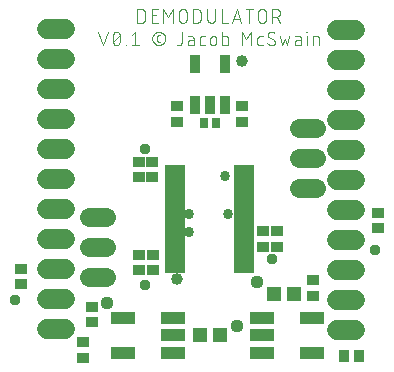
<source format=gbr>
G04 EAGLE Gerber RS-274X export*
G75*
%MOMM*%
%FSLAX34Y34*%
%LPD*%
%INSoldermask Top*%
%IPPOS*%
%AMOC8*
5,1,8,0,0,1.08239X$1,22.5*%
G01*
%ADD10C,0.101600*%
%ADD11R,1.678200X0.653200*%
%ADD12C,1.727200*%
%ADD13R,1.103200X0.903200*%
%ADD14C,1.625600*%
%ADD15R,0.803200X0.903200*%
%ADD16R,0.963200X1.603200*%
%ADD17R,2.123200X1.113200*%
%ADD18R,1.303200X1.203200*%
%ADD19R,0.903200X1.103200*%
%ADD20C,0.959600*%
%ADD21C,0.859600*%
%ADD22C,1.009600*%
%ADD23C,1.109600*%


D10*
X118387Y307058D02*
X118387Y318742D01*
X121632Y318742D01*
X121745Y318740D01*
X121858Y318734D01*
X121971Y318724D01*
X122084Y318710D01*
X122196Y318693D01*
X122307Y318671D01*
X122417Y318646D01*
X122527Y318616D01*
X122635Y318583D01*
X122742Y318546D01*
X122848Y318506D01*
X122952Y318461D01*
X123055Y318413D01*
X123156Y318362D01*
X123255Y318307D01*
X123352Y318249D01*
X123447Y318187D01*
X123540Y318122D01*
X123630Y318054D01*
X123718Y317983D01*
X123804Y317908D01*
X123887Y317831D01*
X123967Y317751D01*
X124044Y317668D01*
X124119Y317582D01*
X124190Y317494D01*
X124258Y317404D01*
X124323Y317311D01*
X124385Y317216D01*
X124443Y317119D01*
X124498Y317020D01*
X124549Y316919D01*
X124597Y316816D01*
X124642Y316712D01*
X124682Y316606D01*
X124719Y316499D01*
X124752Y316391D01*
X124782Y316281D01*
X124807Y316171D01*
X124829Y316060D01*
X124846Y315948D01*
X124860Y315835D01*
X124870Y315722D01*
X124876Y315609D01*
X124878Y315496D01*
X124878Y310304D01*
X124876Y310191D01*
X124870Y310078D01*
X124860Y309965D01*
X124846Y309852D01*
X124829Y309740D01*
X124807Y309629D01*
X124782Y309519D01*
X124752Y309409D01*
X124719Y309301D01*
X124682Y309194D01*
X124642Y309088D01*
X124597Y308984D01*
X124549Y308881D01*
X124498Y308780D01*
X124443Y308681D01*
X124385Y308584D01*
X124323Y308489D01*
X124258Y308396D01*
X124190Y308306D01*
X124119Y308218D01*
X124044Y308132D01*
X123967Y308049D01*
X123887Y307969D01*
X123804Y307892D01*
X123718Y307817D01*
X123630Y307746D01*
X123540Y307678D01*
X123447Y307613D01*
X123352Y307551D01*
X123255Y307493D01*
X123156Y307438D01*
X123055Y307387D01*
X122952Y307339D01*
X122848Y307294D01*
X122742Y307254D01*
X122635Y307217D01*
X122527Y307184D01*
X122417Y307154D01*
X122307Y307129D01*
X122196Y307107D01*
X122084Y307090D01*
X121971Y307076D01*
X121858Y307066D01*
X121745Y307060D01*
X121632Y307058D01*
X118387Y307058D01*
X130601Y307058D02*
X135794Y307058D01*
X130601Y307058D02*
X130601Y318742D01*
X135794Y318742D01*
X134496Y313549D02*
X130601Y313549D01*
X140598Y318742D02*
X140598Y307058D01*
X144492Y312251D02*
X140598Y318742D01*
X144492Y312251D02*
X148387Y318742D01*
X148387Y307058D01*
X153820Y310304D02*
X153820Y315496D01*
X153819Y315496D02*
X153821Y315609D01*
X153827Y315722D01*
X153837Y315835D01*
X153851Y315948D01*
X153868Y316060D01*
X153890Y316171D01*
X153915Y316281D01*
X153945Y316391D01*
X153978Y316499D01*
X154015Y316606D01*
X154055Y316712D01*
X154100Y316816D01*
X154148Y316919D01*
X154199Y317020D01*
X154254Y317119D01*
X154312Y317216D01*
X154374Y317311D01*
X154439Y317404D01*
X154507Y317494D01*
X154578Y317582D01*
X154653Y317668D01*
X154730Y317751D01*
X154810Y317831D01*
X154893Y317908D01*
X154979Y317983D01*
X155067Y318054D01*
X155157Y318122D01*
X155250Y318187D01*
X155345Y318249D01*
X155442Y318307D01*
X155541Y318362D01*
X155642Y318413D01*
X155745Y318461D01*
X155849Y318506D01*
X155955Y318546D01*
X156062Y318583D01*
X156170Y318616D01*
X156280Y318646D01*
X156390Y318671D01*
X156501Y318693D01*
X156613Y318710D01*
X156726Y318724D01*
X156839Y318734D01*
X156952Y318740D01*
X157065Y318742D01*
X157178Y318740D01*
X157291Y318734D01*
X157404Y318724D01*
X157517Y318710D01*
X157629Y318693D01*
X157740Y318671D01*
X157850Y318646D01*
X157960Y318616D01*
X158068Y318583D01*
X158175Y318546D01*
X158281Y318506D01*
X158385Y318461D01*
X158488Y318413D01*
X158589Y318362D01*
X158688Y318307D01*
X158785Y318249D01*
X158880Y318187D01*
X158973Y318122D01*
X159063Y318054D01*
X159151Y317983D01*
X159237Y317908D01*
X159320Y317831D01*
X159400Y317751D01*
X159477Y317668D01*
X159552Y317582D01*
X159623Y317494D01*
X159691Y317404D01*
X159756Y317311D01*
X159818Y317216D01*
X159876Y317119D01*
X159931Y317020D01*
X159982Y316919D01*
X160030Y316816D01*
X160075Y316712D01*
X160115Y316606D01*
X160152Y316499D01*
X160185Y316391D01*
X160215Y316281D01*
X160240Y316171D01*
X160262Y316060D01*
X160279Y315948D01*
X160293Y315835D01*
X160303Y315722D01*
X160309Y315609D01*
X160311Y315496D01*
X160311Y310304D01*
X160309Y310191D01*
X160303Y310078D01*
X160293Y309965D01*
X160279Y309852D01*
X160262Y309740D01*
X160240Y309629D01*
X160215Y309519D01*
X160185Y309409D01*
X160152Y309301D01*
X160115Y309194D01*
X160075Y309088D01*
X160030Y308984D01*
X159982Y308881D01*
X159931Y308780D01*
X159876Y308681D01*
X159818Y308584D01*
X159756Y308489D01*
X159691Y308396D01*
X159623Y308306D01*
X159552Y308218D01*
X159477Y308132D01*
X159400Y308049D01*
X159320Y307969D01*
X159237Y307892D01*
X159151Y307817D01*
X159063Y307746D01*
X158973Y307678D01*
X158880Y307613D01*
X158785Y307551D01*
X158688Y307493D01*
X158589Y307438D01*
X158488Y307387D01*
X158385Y307339D01*
X158281Y307294D01*
X158175Y307254D01*
X158068Y307217D01*
X157960Y307184D01*
X157850Y307154D01*
X157740Y307129D01*
X157629Y307107D01*
X157517Y307090D01*
X157404Y307076D01*
X157291Y307066D01*
X157178Y307060D01*
X157065Y307058D01*
X156952Y307060D01*
X156839Y307066D01*
X156726Y307076D01*
X156613Y307090D01*
X156501Y307107D01*
X156390Y307129D01*
X156280Y307154D01*
X156170Y307184D01*
X156062Y307217D01*
X155955Y307254D01*
X155849Y307294D01*
X155745Y307339D01*
X155642Y307387D01*
X155541Y307438D01*
X155442Y307493D01*
X155345Y307551D01*
X155250Y307613D01*
X155157Y307678D01*
X155067Y307746D01*
X154979Y307817D01*
X154893Y307892D01*
X154810Y307969D01*
X154730Y308049D01*
X154653Y308132D01*
X154578Y308218D01*
X154507Y308306D01*
X154439Y308396D01*
X154374Y308489D01*
X154312Y308584D01*
X154254Y308681D01*
X154199Y308780D01*
X154148Y308881D01*
X154100Y308984D01*
X154055Y309088D01*
X154015Y309194D01*
X153978Y309301D01*
X153945Y309409D01*
X153915Y309519D01*
X153890Y309629D01*
X153868Y309740D01*
X153851Y309852D01*
X153837Y309965D01*
X153827Y310078D01*
X153821Y310191D01*
X153819Y310304D01*
X165631Y307058D02*
X165631Y318742D01*
X168876Y318742D01*
X168989Y318740D01*
X169102Y318734D01*
X169215Y318724D01*
X169328Y318710D01*
X169440Y318693D01*
X169551Y318671D01*
X169661Y318646D01*
X169771Y318616D01*
X169879Y318583D01*
X169986Y318546D01*
X170092Y318506D01*
X170196Y318461D01*
X170299Y318413D01*
X170400Y318362D01*
X170499Y318307D01*
X170596Y318249D01*
X170691Y318187D01*
X170784Y318122D01*
X170874Y318054D01*
X170962Y317983D01*
X171048Y317908D01*
X171131Y317831D01*
X171211Y317751D01*
X171288Y317668D01*
X171363Y317582D01*
X171434Y317494D01*
X171502Y317404D01*
X171567Y317311D01*
X171629Y317216D01*
X171687Y317119D01*
X171742Y317020D01*
X171793Y316919D01*
X171841Y316816D01*
X171886Y316712D01*
X171926Y316606D01*
X171963Y316499D01*
X171996Y316391D01*
X172026Y316281D01*
X172051Y316171D01*
X172073Y316060D01*
X172090Y315948D01*
X172104Y315835D01*
X172114Y315722D01*
X172120Y315609D01*
X172122Y315496D01*
X172122Y310304D01*
X172120Y310191D01*
X172114Y310078D01*
X172104Y309965D01*
X172090Y309852D01*
X172073Y309740D01*
X172051Y309629D01*
X172026Y309519D01*
X171996Y309409D01*
X171963Y309301D01*
X171926Y309194D01*
X171886Y309088D01*
X171841Y308984D01*
X171793Y308881D01*
X171742Y308780D01*
X171687Y308681D01*
X171629Y308584D01*
X171567Y308489D01*
X171502Y308396D01*
X171434Y308306D01*
X171363Y308218D01*
X171288Y308132D01*
X171211Y308049D01*
X171131Y307969D01*
X171048Y307892D01*
X170962Y307817D01*
X170874Y307746D01*
X170784Y307678D01*
X170691Y307613D01*
X170596Y307551D01*
X170499Y307493D01*
X170400Y307438D01*
X170299Y307387D01*
X170196Y307339D01*
X170092Y307294D01*
X169986Y307254D01*
X169879Y307217D01*
X169771Y307184D01*
X169661Y307154D01*
X169551Y307129D01*
X169440Y307107D01*
X169328Y307090D01*
X169215Y307076D01*
X169102Y307066D01*
X168989Y307060D01*
X168876Y307058D01*
X165631Y307058D01*
X177823Y310304D02*
X177823Y318742D01*
X177822Y310304D02*
X177824Y310191D01*
X177830Y310078D01*
X177840Y309965D01*
X177854Y309852D01*
X177871Y309740D01*
X177893Y309629D01*
X177918Y309519D01*
X177948Y309409D01*
X177981Y309301D01*
X178018Y309194D01*
X178058Y309088D01*
X178103Y308984D01*
X178151Y308881D01*
X178202Y308780D01*
X178257Y308681D01*
X178315Y308584D01*
X178377Y308489D01*
X178442Y308396D01*
X178510Y308306D01*
X178581Y308218D01*
X178656Y308132D01*
X178733Y308049D01*
X178813Y307969D01*
X178896Y307892D01*
X178982Y307817D01*
X179070Y307746D01*
X179160Y307678D01*
X179253Y307613D01*
X179348Y307551D01*
X179445Y307493D01*
X179544Y307438D01*
X179645Y307387D01*
X179748Y307339D01*
X179852Y307294D01*
X179958Y307254D01*
X180065Y307217D01*
X180173Y307184D01*
X180283Y307154D01*
X180393Y307129D01*
X180504Y307107D01*
X180616Y307090D01*
X180729Y307076D01*
X180842Y307066D01*
X180955Y307060D01*
X181068Y307058D01*
X181181Y307060D01*
X181294Y307066D01*
X181407Y307076D01*
X181520Y307090D01*
X181632Y307107D01*
X181743Y307129D01*
X181853Y307154D01*
X181963Y307184D01*
X182071Y307217D01*
X182178Y307254D01*
X182284Y307294D01*
X182388Y307339D01*
X182491Y307387D01*
X182592Y307438D01*
X182691Y307493D01*
X182788Y307551D01*
X182883Y307613D01*
X182976Y307678D01*
X183066Y307746D01*
X183154Y307817D01*
X183240Y307892D01*
X183323Y307969D01*
X183403Y308049D01*
X183480Y308132D01*
X183555Y308218D01*
X183626Y308306D01*
X183694Y308396D01*
X183759Y308489D01*
X183821Y308584D01*
X183879Y308681D01*
X183934Y308780D01*
X183985Y308881D01*
X184033Y308984D01*
X184078Y309088D01*
X184118Y309194D01*
X184155Y309301D01*
X184188Y309409D01*
X184218Y309519D01*
X184243Y309629D01*
X184265Y309740D01*
X184282Y309852D01*
X184296Y309965D01*
X184306Y310078D01*
X184312Y310191D01*
X184314Y310304D01*
X184314Y318742D01*
X190037Y318742D02*
X190037Y307058D01*
X195230Y307058D01*
X198891Y307058D02*
X202785Y318742D01*
X206680Y307058D01*
X205706Y309979D02*
X199864Y309979D01*
X213453Y307058D02*
X213453Y318742D01*
X210208Y318742D02*
X216699Y318742D01*
X220876Y315496D02*
X220876Y310304D01*
X220875Y315496D02*
X220877Y315609D01*
X220883Y315722D01*
X220893Y315835D01*
X220907Y315948D01*
X220924Y316060D01*
X220946Y316171D01*
X220971Y316281D01*
X221001Y316391D01*
X221034Y316499D01*
X221071Y316606D01*
X221111Y316712D01*
X221156Y316816D01*
X221204Y316919D01*
X221255Y317020D01*
X221310Y317119D01*
X221368Y317216D01*
X221430Y317311D01*
X221495Y317404D01*
X221563Y317494D01*
X221634Y317582D01*
X221709Y317668D01*
X221786Y317751D01*
X221866Y317831D01*
X221949Y317908D01*
X222035Y317983D01*
X222123Y318054D01*
X222213Y318122D01*
X222306Y318187D01*
X222401Y318249D01*
X222498Y318307D01*
X222597Y318362D01*
X222698Y318413D01*
X222801Y318461D01*
X222905Y318506D01*
X223011Y318546D01*
X223118Y318583D01*
X223226Y318616D01*
X223336Y318646D01*
X223446Y318671D01*
X223557Y318693D01*
X223669Y318710D01*
X223782Y318724D01*
X223895Y318734D01*
X224008Y318740D01*
X224121Y318742D01*
X224234Y318740D01*
X224347Y318734D01*
X224460Y318724D01*
X224573Y318710D01*
X224685Y318693D01*
X224796Y318671D01*
X224906Y318646D01*
X225016Y318616D01*
X225124Y318583D01*
X225231Y318546D01*
X225337Y318506D01*
X225441Y318461D01*
X225544Y318413D01*
X225645Y318362D01*
X225744Y318307D01*
X225841Y318249D01*
X225936Y318187D01*
X226029Y318122D01*
X226119Y318054D01*
X226207Y317983D01*
X226293Y317908D01*
X226376Y317831D01*
X226456Y317751D01*
X226533Y317668D01*
X226608Y317582D01*
X226679Y317494D01*
X226747Y317404D01*
X226812Y317311D01*
X226874Y317216D01*
X226932Y317119D01*
X226987Y317020D01*
X227038Y316919D01*
X227086Y316816D01*
X227131Y316712D01*
X227171Y316606D01*
X227208Y316499D01*
X227241Y316391D01*
X227271Y316281D01*
X227296Y316171D01*
X227318Y316060D01*
X227335Y315948D01*
X227349Y315835D01*
X227359Y315722D01*
X227365Y315609D01*
X227367Y315496D01*
X227367Y310304D01*
X227365Y310191D01*
X227359Y310078D01*
X227349Y309965D01*
X227335Y309852D01*
X227318Y309740D01*
X227296Y309629D01*
X227271Y309519D01*
X227241Y309409D01*
X227208Y309301D01*
X227171Y309194D01*
X227131Y309088D01*
X227086Y308984D01*
X227038Y308881D01*
X226987Y308780D01*
X226932Y308681D01*
X226874Y308584D01*
X226812Y308489D01*
X226747Y308396D01*
X226679Y308306D01*
X226608Y308218D01*
X226533Y308132D01*
X226456Y308049D01*
X226376Y307969D01*
X226293Y307892D01*
X226207Y307817D01*
X226119Y307746D01*
X226029Y307678D01*
X225936Y307613D01*
X225841Y307551D01*
X225744Y307493D01*
X225645Y307438D01*
X225544Y307387D01*
X225441Y307339D01*
X225337Y307294D01*
X225231Y307254D01*
X225124Y307217D01*
X225016Y307184D01*
X224906Y307154D01*
X224796Y307129D01*
X224685Y307107D01*
X224573Y307090D01*
X224460Y307076D01*
X224347Y307066D01*
X224234Y307060D01*
X224121Y307058D01*
X224008Y307060D01*
X223895Y307066D01*
X223782Y307076D01*
X223669Y307090D01*
X223557Y307107D01*
X223446Y307129D01*
X223336Y307154D01*
X223226Y307184D01*
X223118Y307217D01*
X223011Y307254D01*
X222905Y307294D01*
X222801Y307339D01*
X222698Y307387D01*
X222597Y307438D01*
X222498Y307493D01*
X222401Y307551D01*
X222306Y307613D01*
X222213Y307678D01*
X222123Y307746D01*
X222035Y307817D01*
X221949Y307892D01*
X221866Y307969D01*
X221786Y308049D01*
X221709Y308132D01*
X221634Y308218D01*
X221563Y308306D01*
X221495Y308396D01*
X221430Y308489D01*
X221368Y308584D01*
X221310Y308681D01*
X221255Y308780D01*
X221204Y308881D01*
X221156Y308984D01*
X221111Y309088D01*
X221071Y309194D01*
X221034Y309301D01*
X221001Y309409D01*
X220971Y309519D01*
X220946Y309629D01*
X220924Y309740D01*
X220907Y309852D01*
X220893Y309965D01*
X220883Y310078D01*
X220877Y310191D01*
X220875Y310304D01*
X232760Y307058D02*
X232760Y318742D01*
X236006Y318742D01*
X236119Y318740D01*
X236232Y318734D01*
X236345Y318724D01*
X236458Y318710D01*
X236570Y318693D01*
X236681Y318671D01*
X236791Y318646D01*
X236901Y318616D01*
X237009Y318583D01*
X237116Y318546D01*
X237222Y318506D01*
X237326Y318461D01*
X237429Y318413D01*
X237530Y318362D01*
X237629Y318307D01*
X237726Y318249D01*
X237821Y318187D01*
X237914Y318122D01*
X238004Y318054D01*
X238092Y317983D01*
X238178Y317908D01*
X238261Y317831D01*
X238341Y317751D01*
X238418Y317668D01*
X238493Y317582D01*
X238564Y317494D01*
X238632Y317404D01*
X238697Y317311D01*
X238759Y317216D01*
X238817Y317119D01*
X238872Y317020D01*
X238923Y316919D01*
X238971Y316816D01*
X239016Y316712D01*
X239056Y316606D01*
X239093Y316499D01*
X239126Y316391D01*
X239156Y316281D01*
X239181Y316171D01*
X239203Y316060D01*
X239220Y315948D01*
X239234Y315835D01*
X239244Y315722D01*
X239250Y315609D01*
X239252Y315496D01*
X239250Y315383D01*
X239244Y315270D01*
X239234Y315157D01*
X239220Y315044D01*
X239203Y314932D01*
X239181Y314821D01*
X239156Y314711D01*
X239126Y314601D01*
X239093Y314493D01*
X239056Y314386D01*
X239016Y314280D01*
X238971Y314176D01*
X238923Y314073D01*
X238872Y313972D01*
X238817Y313873D01*
X238759Y313776D01*
X238697Y313681D01*
X238632Y313588D01*
X238564Y313498D01*
X238493Y313410D01*
X238418Y313324D01*
X238341Y313241D01*
X238261Y313161D01*
X238178Y313084D01*
X238092Y313009D01*
X238004Y312938D01*
X237914Y312870D01*
X237821Y312805D01*
X237726Y312743D01*
X237629Y312685D01*
X237530Y312630D01*
X237429Y312579D01*
X237326Y312531D01*
X237222Y312486D01*
X237116Y312446D01*
X237009Y312409D01*
X236901Y312376D01*
X236791Y312346D01*
X236681Y312321D01*
X236570Y312299D01*
X236458Y312282D01*
X236345Y312268D01*
X236232Y312258D01*
X236119Y312252D01*
X236006Y312250D01*
X236006Y312251D02*
X232760Y312251D01*
X236655Y312251D02*
X239251Y307058D01*
X89403Y288008D02*
X85508Y299692D01*
X93297Y299692D02*
X89403Y288008D01*
X97588Y293850D02*
X97591Y294080D01*
X97599Y294310D01*
X97613Y294539D01*
X97632Y294768D01*
X97657Y294997D01*
X97687Y295224D01*
X97722Y295452D01*
X97763Y295678D01*
X97809Y295903D01*
X97861Y296127D01*
X97918Y296349D01*
X97980Y296571D01*
X98048Y296790D01*
X98121Y297008D01*
X98199Y297225D01*
X98282Y297439D01*
X98370Y297651D01*
X98463Y297861D01*
X98562Y298069D01*
X98561Y298069D02*
X98594Y298159D01*
X98630Y298248D01*
X98670Y298336D01*
X98714Y298421D01*
X98761Y298505D01*
X98811Y298587D01*
X98865Y298667D01*
X98921Y298744D01*
X98981Y298820D01*
X99044Y298893D01*
X99109Y298963D01*
X99178Y299031D01*
X99249Y299095D01*
X99322Y299157D01*
X99398Y299216D01*
X99476Y299272D01*
X99557Y299325D01*
X99639Y299374D01*
X99723Y299420D01*
X99810Y299463D01*
X99897Y299502D01*
X99987Y299538D01*
X100077Y299570D01*
X100169Y299598D01*
X100262Y299623D01*
X100356Y299644D01*
X100450Y299661D01*
X100545Y299675D01*
X100641Y299684D01*
X100737Y299690D01*
X100833Y299692D01*
X100929Y299690D01*
X101025Y299684D01*
X101121Y299675D01*
X101216Y299661D01*
X101310Y299644D01*
X101404Y299623D01*
X101497Y299598D01*
X101589Y299570D01*
X101679Y299538D01*
X101769Y299502D01*
X101856Y299463D01*
X101943Y299420D01*
X102027Y299374D01*
X102109Y299325D01*
X102190Y299272D01*
X102268Y299216D01*
X102344Y299157D01*
X102417Y299095D01*
X102488Y299031D01*
X102557Y298963D01*
X102622Y298893D01*
X102685Y298820D01*
X102745Y298744D01*
X102801Y298667D01*
X102855Y298587D01*
X102905Y298505D01*
X102952Y298421D01*
X102996Y298336D01*
X103036Y298248D01*
X103072Y298159D01*
X103105Y298069D01*
X103204Y297862D01*
X103297Y297652D01*
X103385Y297439D01*
X103468Y297225D01*
X103546Y297009D01*
X103619Y296791D01*
X103687Y296571D01*
X103749Y296350D01*
X103806Y296127D01*
X103858Y295903D01*
X103904Y295678D01*
X103945Y295452D01*
X103980Y295225D01*
X104010Y294997D01*
X104035Y294768D01*
X104054Y294539D01*
X104068Y294310D01*
X104076Y294080D01*
X104079Y293850D01*
X97587Y293850D02*
X97590Y293620D01*
X97598Y293390D01*
X97612Y293161D01*
X97631Y292932D01*
X97656Y292703D01*
X97686Y292475D01*
X97721Y292248D01*
X97762Y292022D01*
X97808Y291797D01*
X97860Y291573D01*
X97917Y291350D01*
X97979Y291129D01*
X98047Y290909D01*
X98120Y290691D01*
X98198Y290475D01*
X98281Y290261D01*
X98369Y290049D01*
X98462Y289838D01*
X98561Y289631D01*
X98594Y289541D01*
X98630Y289452D01*
X98671Y289364D01*
X98714Y289279D01*
X98761Y289195D01*
X98811Y289113D01*
X98865Y289033D01*
X98921Y288956D01*
X98981Y288880D01*
X99044Y288807D01*
X99109Y288737D01*
X99178Y288669D01*
X99249Y288605D01*
X99322Y288543D01*
X99398Y288484D01*
X99476Y288428D01*
X99557Y288375D01*
X99639Y288326D01*
X99723Y288280D01*
X99810Y288237D01*
X99897Y288198D01*
X99987Y288162D01*
X100077Y288130D01*
X100169Y288102D01*
X100262Y288077D01*
X100356Y288056D01*
X100450Y288039D01*
X100545Y288025D01*
X100641Y288016D01*
X100737Y288010D01*
X100833Y288008D01*
X103104Y289631D02*
X103203Y289838D01*
X103296Y290049D01*
X103384Y290261D01*
X103467Y290475D01*
X103545Y290691D01*
X103618Y290909D01*
X103686Y291129D01*
X103748Y291350D01*
X103805Y291573D01*
X103857Y291797D01*
X103903Y292022D01*
X103944Y292248D01*
X103979Y292475D01*
X104009Y292703D01*
X104034Y292932D01*
X104053Y293161D01*
X104067Y293390D01*
X104075Y293620D01*
X104078Y293850D01*
X103105Y289631D02*
X103072Y289541D01*
X103036Y289452D01*
X102996Y289364D01*
X102952Y289279D01*
X102905Y289195D01*
X102855Y289113D01*
X102801Y289033D01*
X102745Y288956D01*
X102685Y288880D01*
X102622Y288807D01*
X102557Y288737D01*
X102488Y288669D01*
X102417Y288605D01*
X102344Y288543D01*
X102268Y288484D01*
X102190Y288428D01*
X102109Y288375D01*
X102027Y288326D01*
X101943Y288280D01*
X101856Y288237D01*
X101769Y288198D01*
X101679Y288162D01*
X101589Y288130D01*
X101497Y288102D01*
X101404Y288077D01*
X101310Y288056D01*
X101216Y288039D01*
X101121Y288025D01*
X101025Y288016D01*
X100929Y288010D01*
X100833Y288008D01*
X98236Y290604D02*
X103429Y297096D01*
X108509Y288657D02*
X108509Y288008D01*
X108509Y288657D02*
X109158Y288657D01*
X109158Y288008D01*
X108509Y288008D01*
X113589Y297096D02*
X116835Y299692D01*
X116835Y288008D01*
X120080Y288008D02*
X113589Y288008D01*
X131130Y293850D02*
X131132Y293997D01*
X131138Y294144D01*
X131148Y294290D01*
X131161Y294436D01*
X131179Y294582D01*
X131200Y294728D01*
X131226Y294872D01*
X131255Y295016D01*
X131288Y295159D01*
X131324Y295302D01*
X131365Y295443D01*
X131409Y295583D01*
X131457Y295722D01*
X131509Y295859D01*
X131564Y295995D01*
X131623Y296130D01*
X131685Y296263D01*
X131751Y296394D01*
X131821Y296523D01*
X131894Y296651D01*
X131970Y296776D01*
X132050Y296900D01*
X132132Y297021D01*
X132218Y297140D01*
X132308Y297257D01*
X132400Y297371D01*
X132495Y297483D01*
X132593Y297592D01*
X132694Y297699D01*
X132798Y297803D01*
X132905Y297904D01*
X133014Y298002D01*
X133126Y298097D01*
X133240Y298189D01*
X133357Y298279D01*
X133476Y298365D01*
X133597Y298447D01*
X133721Y298527D01*
X133846Y298603D01*
X133974Y298676D01*
X134103Y298746D01*
X134234Y298812D01*
X134367Y298874D01*
X134502Y298933D01*
X134638Y298988D01*
X134775Y299040D01*
X134914Y299088D01*
X135054Y299132D01*
X135195Y299173D01*
X135338Y299209D01*
X135481Y299242D01*
X135625Y299271D01*
X135769Y299297D01*
X135915Y299318D01*
X136061Y299336D01*
X136207Y299349D01*
X136353Y299359D01*
X136500Y299365D01*
X136647Y299367D01*
X136794Y299365D01*
X136941Y299359D01*
X137087Y299349D01*
X137233Y299336D01*
X137379Y299318D01*
X137525Y299297D01*
X137669Y299271D01*
X137813Y299242D01*
X137956Y299209D01*
X138099Y299173D01*
X138240Y299132D01*
X138380Y299088D01*
X138519Y299040D01*
X138656Y298988D01*
X138792Y298933D01*
X138927Y298874D01*
X139060Y298812D01*
X139191Y298746D01*
X139320Y298676D01*
X139448Y298603D01*
X139573Y298527D01*
X139697Y298447D01*
X139818Y298365D01*
X139937Y298279D01*
X140054Y298189D01*
X140168Y298097D01*
X140280Y298002D01*
X140389Y297904D01*
X140496Y297803D01*
X140600Y297699D01*
X140701Y297592D01*
X140799Y297483D01*
X140894Y297371D01*
X140986Y297257D01*
X141076Y297140D01*
X141162Y297021D01*
X141244Y296900D01*
X141324Y296776D01*
X141400Y296651D01*
X141473Y296523D01*
X141543Y296394D01*
X141609Y296263D01*
X141671Y296130D01*
X141730Y295995D01*
X141785Y295859D01*
X141837Y295722D01*
X141885Y295583D01*
X141929Y295443D01*
X141970Y295302D01*
X142006Y295159D01*
X142039Y295016D01*
X142068Y294872D01*
X142094Y294728D01*
X142115Y294582D01*
X142133Y294436D01*
X142146Y294290D01*
X142156Y294144D01*
X142162Y293997D01*
X142164Y293850D01*
X142162Y293703D01*
X142156Y293556D01*
X142146Y293410D01*
X142133Y293264D01*
X142115Y293118D01*
X142094Y292972D01*
X142068Y292828D01*
X142039Y292684D01*
X142006Y292541D01*
X141970Y292398D01*
X141929Y292257D01*
X141885Y292117D01*
X141837Y291978D01*
X141785Y291841D01*
X141730Y291705D01*
X141671Y291570D01*
X141609Y291437D01*
X141543Y291306D01*
X141473Y291177D01*
X141400Y291049D01*
X141324Y290924D01*
X141244Y290800D01*
X141162Y290679D01*
X141076Y290560D01*
X140986Y290443D01*
X140894Y290329D01*
X140799Y290217D01*
X140701Y290108D01*
X140600Y290001D01*
X140496Y289897D01*
X140389Y289796D01*
X140280Y289698D01*
X140168Y289603D01*
X140054Y289511D01*
X139937Y289421D01*
X139818Y289335D01*
X139697Y289253D01*
X139573Y289173D01*
X139448Y289097D01*
X139320Y289024D01*
X139191Y288954D01*
X139060Y288888D01*
X138927Y288826D01*
X138792Y288767D01*
X138656Y288712D01*
X138519Y288660D01*
X138380Y288612D01*
X138240Y288568D01*
X138099Y288527D01*
X137956Y288491D01*
X137813Y288458D01*
X137669Y288429D01*
X137525Y288403D01*
X137379Y288382D01*
X137233Y288364D01*
X137087Y288351D01*
X136941Y288341D01*
X136794Y288335D01*
X136647Y288333D01*
X136500Y288335D01*
X136353Y288341D01*
X136207Y288351D01*
X136061Y288364D01*
X135915Y288382D01*
X135769Y288403D01*
X135625Y288429D01*
X135481Y288458D01*
X135338Y288491D01*
X135195Y288527D01*
X135054Y288568D01*
X134914Y288612D01*
X134775Y288660D01*
X134638Y288712D01*
X134502Y288767D01*
X134367Y288826D01*
X134234Y288888D01*
X134103Y288954D01*
X133974Y289024D01*
X133846Y289097D01*
X133721Y289173D01*
X133597Y289253D01*
X133476Y289335D01*
X133357Y289421D01*
X133240Y289511D01*
X133126Y289603D01*
X133014Y289698D01*
X132905Y289796D01*
X132798Y289897D01*
X132694Y290001D01*
X132593Y290108D01*
X132495Y290217D01*
X132400Y290329D01*
X132308Y290443D01*
X132218Y290560D01*
X132132Y290679D01*
X132050Y290800D01*
X131970Y290924D01*
X131894Y291049D01*
X131821Y291177D01*
X131751Y291306D01*
X131685Y291437D01*
X131623Y291570D01*
X131564Y291705D01*
X131509Y291841D01*
X131457Y291978D01*
X131409Y292117D01*
X131365Y292257D01*
X131324Y292398D01*
X131288Y292541D01*
X131255Y292684D01*
X131226Y292828D01*
X131200Y292972D01*
X131179Y293118D01*
X131161Y293264D01*
X131148Y293410D01*
X131138Y293556D01*
X131132Y293703D01*
X131130Y293850D01*
X136322Y291254D02*
X137945Y291254D01*
X136322Y291254D02*
X136252Y291256D01*
X136182Y291262D01*
X136112Y291271D01*
X136043Y291284D01*
X135975Y291301D01*
X135908Y291322D01*
X135842Y291346D01*
X135777Y291374D01*
X135714Y291405D01*
X135653Y291440D01*
X135594Y291478D01*
X135536Y291519D01*
X135482Y291563D01*
X135429Y291610D01*
X135380Y291659D01*
X135333Y291712D01*
X135289Y291766D01*
X135248Y291824D01*
X135210Y291883D01*
X135175Y291944D01*
X135144Y292007D01*
X135116Y292072D01*
X135092Y292138D01*
X135071Y292205D01*
X135054Y292273D01*
X135041Y292342D01*
X135032Y292412D01*
X135026Y292482D01*
X135024Y292552D01*
X135024Y295148D01*
X135026Y295218D01*
X135032Y295288D01*
X135041Y295358D01*
X135054Y295427D01*
X135071Y295495D01*
X135092Y295562D01*
X135116Y295628D01*
X135144Y295693D01*
X135175Y295756D01*
X135210Y295817D01*
X135248Y295876D01*
X135289Y295934D01*
X135333Y295988D01*
X135380Y296041D01*
X135429Y296090D01*
X135482Y296137D01*
X135536Y296181D01*
X135594Y296222D01*
X135653Y296260D01*
X135714Y296295D01*
X135777Y296326D01*
X135842Y296354D01*
X135908Y296378D01*
X135975Y296399D01*
X136043Y296416D01*
X136112Y296429D01*
X136182Y296438D01*
X136252Y296444D01*
X136322Y296446D01*
X137945Y296446D01*
X155941Y299692D02*
X155941Y290604D01*
X155940Y290604D02*
X155938Y290505D01*
X155932Y290405D01*
X155923Y290306D01*
X155910Y290208D01*
X155893Y290110D01*
X155872Y290012D01*
X155847Y289916D01*
X155819Y289821D01*
X155787Y289727D01*
X155752Y289634D01*
X155713Y289542D01*
X155670Y289452D01*
X155625Y289364D01*
X155575Y289277D01*
X155523Y289193D01*
X155467Y289110D01*
X155409Y289030D01*
X155347Y288952D01*
X155282Y288877D01*
X155214Y288804D01*
X155144Y288734D01*
X155071Y288666D01*
X154996Y288601D01*
X154918Y288539D01*
X154838Y288481D01*
X154755Y288425D01*
X154671Y288373D01*
X154584Y288323D01*
X154496Y288278D01*
X154406Y288235D01*
X154314Y288196D01*
X154221Y288161D01*
X154127Y288129D01*
X154032Y288101D01*
X153936Y288076D01*
X153838Y288055D01*
X153740Y288038D01*
X153642Y288025D01*
X153543Y288016D01*
X153443Y288010D01*
X153344Y288008D01*
X152046Y288008D01*
X163314Y292552D02*
X166235Y292552D01*
X163314Y292552D02*
X163220Y292550D01*
X163126Y292544D01*
X163033Y292535D01*
X162940Y292521D01*
X162848Y292504D01*
X162756Y292482D01*
X162666Y292458D01*
X162576Y292429D01*
X162488Y292397D01*
X162401Y292361D01*
X162316Y292321D01*
X162233Y292278D01*
X162151Y292232D01*
X162071Y292182D01*
X161994Y292129D01*
X161919Y292073D01*
X161846Y292014D01*
X161775Y291952D01*
X161707Y291887D01*
X161642Y291819D01*
X161580Y291748D01*
X161521Y291675D01*
X161465Y291600D01*
X161412Y291523D01*
X161362Y291443D01*
X161316Y291361D01*
X161273Y291278D01*
X161233Y291193D01*
X161197Y291106D01*
X161165Y291018D01*
X161136Y290928D01*
X161112Y290838D01*
X161090Y290746D01*
X161073Y290654D01*
X161059Y290561D01*
X161050Y290468D01*
X161044Y290374D01*
X161042Y290280D01*
X161044Y290186D01*
X161050Y290092D01*
X161059Y289999D01*
X161073Y289906D01*
X161090Y289814D01*
X161112Y289722D01*
X161136Y289632D01*
X161165Y289542D01*
X161197Y289454D01*
X161233Y289367D01*
X161273Y289282D01*
X161316Y289199D01*
X161362Y289117D01*
X161412Y289037D01*
X161465Y288960D01*
X161521Y288885D01*
X161580Y288812D01*
X161642Y288741D01*
X161707Y288673D01*
X161775Y288608D01*
X161846Y288546D01*
X161919Y288487D01*
X161994Y288431D01*
X162071Y288378D01*
X162151Y288328D01*
X162233Y288282D01*
X162316Y288239D01*
X162401Y288199D01*
X162488Y288163D01*
X162576Y288131D01*
X162666Y288102D01*
X162756Y288078D01*
X162848Y288056D01*
X162940Y288039D01*
X163033Y288025D01*
X163126Y288016D01*
X163220Y288010D01*
X163314Y288008D01*
X166235Y288008D01*
X166235Y293850D01*
X166233Y293937D01*
X166227Y294025D01*
X166217Y294111D01*
X166204Y294198D01*
X166186Y294283D01*
X166165Y294368D01*
X166140Y294452D01*
X166111Y294534D01*
X166078Y294615D01*
X166042Y294695D01*
X166003Y294773D01*
X165959Y294849D01*
X165913Y294923D01*
X165863Y294994D01*
X165810Y295064D01*
X165754Y295131D01*
X165695Y295195D01*
X165633Y295257D01*
X165569Y295316D01*
X165502Y295372D01*
X165432Y295425D01*
X165361Y295475D01*
X165287Y295521D01*
X165211Y295565D01*
X165133Y295604D01*
X165053Y295640D01*
X164972Y295673D01*
X164890Y295702D01*
X164806Y295727D01*
X164721Y295748D01*
X164636Y295766D01*
X164549Y295779D01*
X164463Y295789D01*
X164375Y295795D01*
X164288Y295797D01*
X161691Y295797D01*
X173349Y288008D02*
X175945Y288008D01*
X173349Y288008D02*
X173262Y288010D01*
X173174Y288016D01*
X173088Y288026D01*
X173001Y288039D01*
X172916Y288057D01*
X172831Y288078D01*
X172747Y288103D01*
X172665Y288132D01*
X172584Y288165D01*
X172504Y288201D01*
X172426Y288240D01*
X172350Y288284D01*
X172276Y288330D01*
X172205Y288380D01*
X172135Y288433D01*
X172068Y288489D01*
X172004Y288548D01*
X171942Y288610D01*
X171883Y288674D01*
X171827Y288741D01*
X171774Y288811D01*
X171724Y288882D01*
X171678Y288956D01*
X171634Y289032D01*
X171595Y289110D01*
X171559Y289190D01*
X171526Y289271D01*
X171497Y289353D01*
X171472Y289437D01*
X171451Y289522D01*
X171433Y289607D01*
X171420Y289694D01*
X171410Y289780D01*
X171404Y289868D01*
X171402Y289955D01*
X171401Y289955D02*
X171401Y293850D01*
X171402Y293850D02*
X171404Y293937D01*
X171410Y294025D01*
X171420Y294111D01*
X171433Y294198D01*
X171451Y294283D01*
X171472Y294368D01*
X171497Y294452D01*
X171526Y294534D01*
X171559Y294615D01*
X171595Y294695D01*
X171634Y294773D01*
X171678Y294849D01*
X171724Y294923D01*
X171774Y294994D01*
X171827Y295064D01*
X171883Y295131D01*
X171942Y295195D01*
X172004Y295257D01*
X172068Y295316D01*
X172135Y295372D01*
X172205Y295425D01*
X172276Y295475D01*
X172350Y295521D01*
X172426Y295565D01*
X172504Y295604D01*
X172584Y295640D01*
X172665Y295673D01*
X172747Y295702D01*
X172831Y295727D01*
X172916Y295748D01*
X173001Y295766D01*
X173088Y295779D01*
X173174Y295789D01*
X173262Y295795D01*
X173349Y295797D01*
X175945Y295797D01*
X180151Y293201D02*
X180151Y290604D01*
X180152Y293201D02*
X180154Y293302D01*
X180160Y293402D01*
X180170Y293502D01*
X180183Y293602D01*
X180201Y293701D01*
X180222Y293800D01*
X180247Y293897D01*
X180276Y293994D01*
X180309Y294089D01*
X180345Y294183D01*
X180385Y294275D01*
X180428Y294366D01*
X180475Y294455D01*
X180525Y294542D01*
X180579Y294628D01*
X180636Y294711D01*
X180696Y294791D01*
X180759Y294870D01*
X180826Y294946D01*
X180895Y295019D01*
X180967Y295089D01*
X181041Y295157D01*
X181118Y295222D01*
X181198Y295283D01*
X181280Y295342D01*
X181364Y295397D01*
X181450Y295449D01*
X181538Y295498D01*
X181628Y295543D01*
X181720Y295585D01*
X181813Y295623D01*
X181908Y295657D01*
X182003Y295688D01*
X182100Y295715D01*
X182198Y295738D01*
X182297Y295758D01*
X182397Y295773D01*
X182497Y295785D01*
X182597Y295793D01*
X182698Y295797D01*
X182798Y295797D01*
X182899Y295793D01*
X182999Y295785D01*
X183099Y295773D01*
X183199Y295758D01*
X183298Y295738D01*
X183396Y295715D01*
X183493Y295688D01*
X183588Y295657D01*
X183683Y295623D01*
X183776Y295585D01*
X183868Y295543D01*
X183958Y295498D01*
X184046Y295449D01*
X184132Y295397D01*
X184216Y295342D01*
X184298Y295283D01*
X184378Y295222D01*
X184455Y295157D01*
X184529Y295089D01*
X184601Y295019D01*
X184670Y294946D01*
X184737Y294870D01*
X184800Y294791D01*
X184860Y294711D01*
X184917Y294628D01*
X184971Y294542D01*
X185021Y294455D01*
X185068Y294366D01*
X185111Y294275D01*
X185151Y294183D01*
X185187Y294089D01*
X185220Y293994D01*
X185249Y293897D01*
X185274Y293800D01*
X185295Y293701D01*
X185313Y293602D01*
X185326Y293502D01*
X185336Y293402D01*
X185342Y293302D01*
X185344Y293201D01*
X185344Y290604D01*
X185342Y290503D01*
X185336Y290403D01*
X185326Y290303D01*
X185313Y290203D01*
X185295Y290104D01*
X185274Y290005D01*
X185249Y289908D01*
X185220Y289811D01*
X185187Y289716D01*
X185151Y289622D01*
X185111Y289530D01*
X185068Y289439D01*
X185021Y289350D01*
X184971Y289263D01*
X184917Y289177D01*
X184860Y289094D01*
X184800Y289014D01*
X184737Y288935D01*
X184670Y288859D01*
X184601Y288786D01*
X184529Y288716D01*
X184455Y288648D01*
X184378Y288583D01*
X184298Y288522D01*
X184216Y288463D01*
X184132Y288408D01*
X184046Y288356D01*
X183958Y288307D01*
X183868Y288262D01*
X183776Y288220D01*
X183683Y288182D01*
X183588Y288148D01*
X183493Y288117D01*
X183396Y288090D01*
X183298Y288067D01*
X183199Y288047D01*
X183099Y288032D01*
X182999Y288020D01*
X182899Y288012D01*
X182798Y288008D01*
X182698Y288008D01*
X182597Y288012D01*
X182497Y288020D01*
X182397Y288032D01*
X182297Y288047D01*
X182198Y288067D01*
X182100Y288090D01*
X182003Y288117D01*
X181908Y288148D01*
X181813Y288182D01*
X181720Y288220D01*
X181628Y288262D01*
X181538Y288307D01*
X181450Y288356D01*
X181364Y288408D01*
X181280Y288463D01*
X181198Y288522D01*
X181118Y288583D01*
X181041Y288648D01*
X180967Y288716D01*
X180895Y288786D01*
X180826Y288859D01*
X180759Y288935D01*
X180696Y289014D01*
X180636Y289094D01*
X180579Y289177D01*
X180525Y289263D01*
X180475Y289350D01*
X180428Y289439D01*
X180385Y289530D01*
X180345Y289622D01*
X180309Y289716D01*
X180276Y289811D01*
X180247Y289908D01*
X180222Y290005D01*
X180201Y290104D01*
X180183Y290203D01*
X180170Y290303D01*
X180160Y290403D01*
X180154Y290503D01*
X180152Y290604D01*
X190497Y288008D02*
X190497Y299692D01*
X190497Y288008D02*
X193742Y288008D01*
X193829Y288010D01*
X193917Y288016D01*
X194003Y288026D01*
X194090Y288039D01*
X194175Y288057D01*
X194260Y288078D01*
X194344Y288103D01*
X194426Y288132D01*
X194507Y288165D01*
X194587Y288201D01*
X194665Y288240D01*
X194741Y288284D01*
X194815Y288330D01*
X194886Y288380D01*
X194956Y288433D01*
X195023Y288489D01*
X195087Y288548D01*
X195149Y288609D01*
X195208Y288674D01*
X195264Y288741D01*
X195317Y288811D01*
X195367Y288882D01*
X195413Y288956D01*
X195457Y289032D01*
X195496Y289110D01*
X195532Y289190D01*
X195565Y289271D01*
X195594Y289353D01*
X195619Y289437D01*
X195640Y289522D01*
X195658Y289607D01*
X195671Y289694D01*
X195681Y289780D01*
X195687Y289868D01*
X195689Y289955D01*
X195690Y289955D02*
X195690Y293850D01*
X195689Y293850D02*
X195687Y293937D01*
X195681Y294025D01*
X195671Y294111D01*
X195658Y294198D01*
X195640Y294283D01*
X195619Y294368D01*
X195594Y294452D01*
X195565Y294534D01*
X195532Y294615D01*
X195496Y294695D01*
X195457Y294773D01*
X195413Y294849D01*
X195367Y294923D01*
X195317Y294994D01*
X195264Y295064D01*
X195208Y295131D01*
X195149Y295195D01*
X195087Y295257D01*
X195023Y295316D01*
X194956Y295372D01*
X194886Y295425D01*
X194815Y295475D01*
X194741Y295521D01*
X194665Y295565D01*
X194587Y295604D01*
X194507Y295640D01*
X194426Y295673D01*
X194344Y295702D01*
X194260Y295727D01*
X194175Y295748D01*
X194090Y295766D01*
X194003Y295779D01*
X193917Y295789D01*
X193829Y295795D01*
X193742Y295797D01*
X190497Y295797D01*
X207047Y299692D02*
X207047Y288008D01*
X210941Y293201D02*
X207047Y299692D01*
X210941Y293201D02*
X214836Y299692D01*
X214836Y288008D01*
X222117Y288008D02*
X224713Y288008D01*
X222117Y288008D02*
X222030Y288010D01*
X221942Y288016D01*
X221856Y288026D01*
X221769Y288039D01*
X221684Y288057D01*
X221599Y288078D01*
X221515Y288103D01*
X221433Y288132D01*
X221352Y288165D01*
X221272Y288201D01*
X221194Y288240D01*
X221118Y288284D01*
X221044Y288330D01*
X220973Y288380D01*
X220903Y288433D01*
X220836Y288489D01*
X220772Y288548D01*
X220710Y288610D01*
X220651Y288674D01*
X220595Y288741D01*
X220542Y288811D01*
X220492Y288882D01*
X220446Y288956D01*
X220402Y289032D01*
X220363Y289110D01*
X220327Y289190D01*
X220294Y289271D01*
X220265Y289353D01*
X220240Y289437D01*
X220219Y289522D01*
X220201Y289607D01*
X220188Y289694D01*
X220178Y289780D01*
X220172Y289868D01*
X220170Y289955D01*
X220169Y289955D02*
X220169Y293850D01*
X220170Y293850D02*
X220172Y293937D01*
X220178Y294025D01*
X220188Y294111D01*
X220201Y294198D01*
X220219Y294283D01*
X220240Y294368D01*
X220265Y294452D01*
X220294Y294534D01*
X220327Y294615D01*
X220363Y294695D01*
X220402Y294773D01*
X220446Y294849D01*
X220492Y294923D01*
X220542Y294994D01*
X220595Y295064D01*
X220651Y295131D01*
X220710Y295195D01*
X220772Y295257D01*
X220836Y295316D01*
X220903Y295372D01*
X220973Y295425D01*
X221044Y295475D01*
X221118Y295521D01*
X221194Y295565D01*
X221272Y295604D01*
X221352Y295640D01*
X221433Y295673D01*
X221515Y295702D01*
X221599Y295727D01*
X221684Y295748D01*
X221769Y295766D01*
X221856Y295779D01*
X221942Y295789D01*
X222030Y295795D01*
X222117Y295797D01*
X224713Y295797D01*
X232546Y288008D02*
X232645Y288010D01*
X232745Y288016D01*
X232844Y288025D01*
X232942Y288038D01*
X233040Y288055D01*
X233138Y288076D01*
X233234Y288101D01*
X233329Y288129D01*
X233423Y288161D01*
X233516Y288196D01*
X233608Y288235D01*
X233698Y288278D01*
X233786Y288323D01*
X233873Y288373D01*
X233957Y288425D01*
X234040Y288481D01*
X234120Y288539D01*
X234198Y288601D01*
X234273Y288666D01*
X234346Y288734D01*
X234416Y288804D01*
X234484Y288877D01*
X234549Y288952D01*
X234611Y289030D01*
X234669Y289110D01*
X234725Y289193D01*
X234777Y289277D01*
X234827Y289364D01*
X234872Y289452D01*
X234915Y289542D01*
X234954Y289634D01*
X234989Y289727D01*
X235021Y289821D01*
X235049Y289916D01*
X235074Y290012D01*
X235095Y290110D01*
X235112Y290208D01*
X235125Y290306D01*
X235134Y290405D01*
X235140Y290505D01*
X235142Y290604D01*
X232546Y288008D02*
X232402Y288010D01*
X232257Y288016D01*
X232113Y288025D01*
X231970Y288038D01*
X231826Y288055D01*
X231683Y288076D01*
X231541Y288101D01*
X231400Y288129D01*
X231259Y288161D01*
X231119Y288197D01*
X230980Y288236D01*
X230842Y288279D01*
X230706Y288326D01*
X230570Y288376D01*
X230436Y288430D01*
X230304Y288487D01*
X230173Y288548D01*
X230044Y288612D01*
X229916Y288680D01*
X229790Y288750D01*
X229666Y288825D01*
X229545Y288902D01*
X229425Y288983D01*
X229307Y289066D01*
X229192Y289153D01*
X229079Y289243D01*
X228968Y289336D01*
X228860Y289431D01*
X228754Y289530D01*
X228651Y289631D01*
X228976Y297096D02*
X228978Y297195D01*
X228984Y297295D01*
X228993Y297394D01*
X229006Y297492D01*
X229023Y297590D01*
X229044Y297688D01*
X229069Y297784D01*
X229097Y297879D01*
X229129Y297973D01*
X229164Y298066D01*
X229203Y298158D01*
X229246Y298248D01*
X229291Y298336D01*
X229341Y298423D01*
X229393Y298507D01*
X229449Y298590D01*
X229507Y298670D01*
X229569Y298748D01*
X229634Y298823D01*
X229702Y298896D01*
X229772Y298966D01*
X229845Y299034D01*
X229920Y299099D01*
X229998Y299161D01*
X230078Y299219D01*
X230161Y299275D01*
X230245Y299327D01*
X230332Y299377D01*
X230420Y299422D01*
X230510Y299465D01*
X230602Y299504D01*
X230695Y299539D01*
X230789Y299571D01*
X230884Y299599D01*
X230981Y299624D01*
X231078Y299645D01*
X231176Y299662D01*
X231274Y299675D01*
X231373Y299684D01*
X231473Y299690D01*
X231572Y299692D01*
X231708Y299690D01*
X231844Y299684D01*
X231980Y299675D01*
X232116Y299662D01*
X232251Y299644D01*
X232385Y299624D01*
X232519Y299599D01*
X232653Y299571D01*
X232785Y299538D01*
X232916Y299503D01*
X233047Y299463D01*
X233176Y299420D01*
X233304Y299374D01*
X233430Y299323D01*
X233556Y299270D01*
X233679Y299212D01*
X233801Y299152D01*
X233921Y299088D01*
X234040Y299020D01*
X234156Y298950D01*
X234270Y298876D01*
X234383Y298799D01*
X234493Y298718D01*
X230273Y294824D02*
X230187Y294877D01*
X230103Y294934D01*
X230021Y294993D01*
X229941Y295056D01*
X229864Y295122D01*
X229789Y295190D01*
X229717Y295262D01*
X229648Y295336D01*
X229582Y295413D01*
X229519Y295492D01*
X229459Y295574D01*
X229402Y295658D01*
X229348Y295744D01*
X229298Y295832D01*
X229251Y295922D01*
X229207Y296013D01*
X229168Y296107D01*
X229131Y296201D01*
X229099Y296297D01*
X229070Y296395D01*
X229045Y296493D01*
X229024Y296592D01*
X229006Y296692D01*
X228993Y296792D01*
X228983Y296893D01*
X228977Y296995D01*
X228975Y297096D01*
X233844Y292876D02*
X233930Y292823D01*
X234014Y292766D01*
X234096Y292707D01*
X234176Y292644D01*
X234253Y292578D01*
X234328Y292510D01*
X234400Y292438D01*
X234469Y292364D01*
X234535Y292287D01*
X234598Y292208D01*
X234658Y292126D01*
X234715Y292042D01*
X234769Y291956D01*
X234819Y291868D01*
X234866Y291778D01*
X234910Y291687D01*
X234949Y291593D01*
X234986Y291499D01*
X235018Y291403D01*
X235047Y291305D01*
X235072Y291207D01*
X235093Y291108D01*
X235111Y291008D01*
X235124Y290908D01*
X235134Y290807D01*
X235140Y290705D01*
X235142Y290604D01*
X233844Y292876D02*
X230274Y294824D01*
X239432Y295797D02*
X241379Y288008D01*
X243326Y293201D01*
X245274Y288008D01*
X247221Y295797D01*
X253992Y292552D02*
X256913Y292552D01*
X253992Y292552D02*
X253898Y292550D01*
X253804Y292544D01*
X253711Y292535D01*
X253618Y292521D01*
X253526Y292504D01*
X253434Y292482D01*
X253344Y292458D01*
X253254Y292429D01*
X253166Y292397D01*
X253079Y292361D01*
X252994Y292321D01*
X252911Y292278D01*
X252829Y292232D01*
X252749Y292182D01*
X252672Y292129D01*
X252597Y292073D01*
X252524Y292014D01*
X252453Y291952D01*
X252385Y291887D01*
X252320Y291819D01*
X252258Y291748D01*
X252199Y291675D01*
X252143Y291600D01*
X252090Y291523D01*
X252040Y291443D01*
X251994Y291361D01*
X251951Y291278D01*
X251911Y291193D01*
X251875Y291106D01*
X251843Y291018D01*
X251814Y290928D01*
X251790Y290838D01*
X251768Y290746D01*
X251751Y290654D01*
X251737Y290561D01*
X251728Y290468D01*
X251722Y290374D01*
X251720Y290280D01*
X251722Y290186D01*
X251728Y290092D01*
X251737Y289999D01*
X251751Y289906D01*
X251768Y289814D01*
X251790Y289722D01*
X251814Y289632D01*
X251843Y289542D01*
X251875Y289454D01*
X251911Y289367D01*
X251951Y289282D01*
X251994Y289199D01*
X252040Y289117D01*
X252090Y289037D01*
X252143Y288960D01*
X252199Y288885D01*
X252258Y288812D01*
X252320Y288741D01*
X252385Y288673D01*
X252453Y288608D01*
X252524Y288546D01*
X252597Y288487D01*
X252672Y288431D01*
X252749Y288378D01*
X252829Y288328D01*
X252911Y288282D01*
X252994Y288239D01*
X253079Y288199D01*
X253166Y288163D01*
X253254Y288131D01*
X253344Y288102D01*
X253434Y288078D01*
X253526Y288056D01*
X253618Y288039D01*
X253711Y288025D01*
X253804Y288016D01*
X253898Y288010D01*
X253992Y288008D01*
X256913Y288008D01*
X256913Y293850D01*
X256911Y293937D01*
X256905Y294025D01*
X256895Y294111D01*
X256882Y294198D01*
X256864Y294283D01*
X256843Y294368D01*
X256818Y294452D01*
X256789Y294534D01*
X256756Y294615D01*
X256720Y294695D01*
X256681Y294773D01*
X256637Y294849D01*
X256591Y294923D01*
X256541Y294994D01*
X256488Y295064D01*
X256432Y295131D01*
X256373Y295195D01*
X256311Y295257D01*
X256247Y295316D01*
X256180Y295372D01*
X256110Y295425D01*
X256039Y295475D01*
X255965Y295521D01*
X255889Y295565D01*
X255811Y295604D01*
X255731Y295640D01*
X255650Y295673D01*
X255568Y295702D01*
X255484Y295727D01*
X255399Y295748D01*
X255314Y295766D01*
X255227Y295779D01*
X255141Y295789D01*
X255053Y295795D01*
X254966Y295797D01*
X252369Y295797D01*
X261995Y295797D02*
X261995Y288008D01*
X261671Y299043D02*
X261671Y299692D01*
X262320Y299692D01*
X262320Y299043D01*
X261671Y299043D01*
X267019Y295797D02*
X267019Y288008D01*
X267019Y295797D02*
X270264Y295797D01*
X270351Y295795D01*
X270439Y295789D01*
X270525Y295779D01*
X270612Y295766D01*
X270697Y295748D01*
X270782Y295727D01*
X270866Y295702D01*
X270948Y295673D01*
X271029Y295640D01*
X271109Y295604D01*
X271187Y295565D01*
X271263Y295521D01*
X271337Y295475D01*
X271408Y295425D01*
X271478Y295372D01*
X271545Y295316D01*
X271609Y295257D01*
X271671Y295196D01*
X271730Y295131D01*
X271786Y295064D01*
X271839Y294994D01*
X271889Y294923D01*
X271935Y294849D01*
X271979Y294773D01*
X272018Y294695D01*
X272054Y294615D01*
X272087Y294534D01*
X272116Y294452D01*
X272141Y294368D01*
X272162Y294283D01*
X272180Y294198D01*
X272193Y294111D01*
X272203Y294025D01*
X272209Y293937D01*
X272211Y293850D01*
X272212Y293850D02*
X272212Y288008D01*
X118387Y307058D02*
X118387Y318742D01*
X121632Y318742D01*
X121745Y318740D01*
X121858Y318734D01*
X121971Y318724D01*
X122084Y318710D01*
X122196Y318693D01*
X122307Y318671D01*
X122417Y318646D01*
X122527Y318616D01*
X122635Y318583D01*
X122742Y318546D01*
X122848Y318506D01*
X122952Y318461D01*
X123055Y318413D01*
X123156Y318362D01*
X123255Y318307D01*
X123352Y318249D01*
X123447Y318187D01*
X123540Y318122D01*
X123630Y318054D01*
X123718Y317983D01*
X123804Y317908D01*
X123887Y317831D01*
X123967Y317751D01*
X124044Y317668D01*
X124119Y317582D01*
X124190Y317494D01*
X124258Y317404D01*
X124323Y317311D01*
X124385Y317216D01*
X124443Y317119D01*
X124498Y317020D01*
X124549Y316919D01*
X124597Y316816D01*
X124642Y316712D01*
X124682Y316606D01*
X124719Y316499D01*
X124752Y316391D01*
X124782Y316281D01*
X124807Y316171D01*
X124829Y316060D01*
X124846Y315948D01*
X124860Y315835D01*
X124870Y315722D01*
X124876Y315609D01*
X124878Y315496D01*
X124878Y310304D01*
X124876Y310191D01*
X124870Y310078D01*
X124860Y309965D01*
X124846Y309852D01*
X124829Y309740D01*
X124807Y309629D01*
X124782Y309519D01*
X124752Y309409D01*
X124719Y309301D01*
X124682Y309194D01*
X124642Y309088D01*
X124597Y308984D01*
X124549Y308881D01*
X124498Y308780D01*
X124443Y308681D01*
X124385Y308584D01*
X124323Y308489D01*
X124258Y308396D01*
X124190Y308306D01*
X124119Y308218D01*
X124044Y308132D01*
X123967Y308049D01*
X123887Y307969D01*
X123804Y307892D01*
X123718Y307817D01*
X123630Y307746D01*
X123540Y307678D01*
X123447Y307613D01*
X123352Y307551D01*
X123255Y307493D01*
X123156Y307438D01*
X123055Y307387D01*
X122952Y307339D01*
X122848Y307294D01*
X122742Y307254D01*
X122635Y307217D01*
X122527Y307184D01*
X122417Y307154D01*
X122307Y307129D01*
X122196Y307107D01*
X122084Y307090D01*
X121971Y307076D01*
X121858Y307066D01*
X121745Y307060D01*
X121632Y307058D01*
X118387Y307058D01*
X130601Y307058D02*
X135794Y307058D01*
X130601Y307058D02*
X130601Y318742D01*
X135794Y318742D01*
X134496Y313549D02*
X130601Y313549D01*
X140598Y318742D02*
X140598Y307058D01*
X144492Y312251D02*
X140598Y318742D01*
X144492Y312251D02*
X148387Y318742D01*
X148387Y307058D01*
X153820Y310304D02*
X153820Y315496D01*
X153819Y315496D02*
X153821Y315609D01*
X153827Y315722D01*
X153837Y315835D01*
X153851Y315948D01*
X153868Y316060D01*
X153890Y316171D01*
X153915Y316281D01*
X153945Y316391D01*
X153978Y316499D01*
X154015Y316606D01*
X154055Y316712D01*
X154100Y316816D01*
X154148Y316919D01*
X154199Y317020D01*
X154254Y317119D01*
X154312Y317216D01*
X154374Y317311D01*
X154439Y317404D01*
X154507Y317494D01*
X154578Y317582D01*
X154653Y317668D01*
X154730Y317751D01*
X154810Y317831D01*
X154893Y317908D01*
X154979Y317983D01*
X155067Y318054D01*
X155157Y318122D01*
X155250Y318187D01*
X155345Y318249D01*
X155442Y318307D01*
X155541Y318362D01*
X155642Y318413D01*
X155745Y318461D01*
X155849Y318506D01*
X155955Y318546D01*
X156062Y318583D01*
X156170Y318616D01*
X156280Y318646D01*
X156390Y318671D01*
X156501Y318693D01*
X156613Y318710D01*
X156726Y318724D01*
X156839Y318734D01*
X156952Y318740D01*
X157065Y318742D01*
X157178Y318740D01*
X157291Y318734D01*
X157404Y318724D01*
X157517Y318710D01*
X157629Y318693D01*
X157740Y318671D01*
X157850Y318646D01*
X157960Y318616D01*
X158068Y318583D01*
X158175Y318546D01*
X158281Y318506D01*
X158385Y318461D01*
X158488Y318413D01*
X158589Y318362D01*
X158688Y318307D01*
X158785Y318249D01*
X158880Y318187D01*
X158973Y318122D01*
X159063Y318054D01*
X159151Y317983D01*
X159237Y317908D01*
X159320Y317831D01*
X159400Y317751D01*
X159477Y317668D01*
X159552Y317582D01*
X159623Y317494D01*
X159691Y317404D01*
X159756Y317311D01*
X159818Y317216D01*
X159876Y317119D01*
X159931Y317020D01*
X159982Y316919D01*
X160030Y316816D01*
X160075Y316712D01*
X160115Y316606D01*
X160152Y316499D01*
X160185Y316391D01*
X160215Y316281D01*
X160240Y316171D01*
X160262Y316060D01*
X160279Y315948D01*
X160293Y315835D01*
X160303Y315722D01*
X160309Y315609D01*
X160311Y315496D01*
X160311Y310304D01*
X160309Y310191D01*
X160303Y310078D01*
X160293Y309965D01*
X160279Y309852D01*
X160262Y309740D01*
X160240Y309629D01*
X160215Y309519D01*
X160185Y309409D01*
X160152Y309301D01*
X160115Y309194D01*
X160075Y309088D01*
X160030Y308984D01*
X159982Y308881D01*
X159931Y308780D01*
X159876Y308681D01*
X159818Y308584D01*
X159756Y308489D01*
X159691Y308396D01*
X159623Y308306D01*
X159552Y308218D01*
X159477Y308132D01*
X159400Y308049D01*
X159320Y307969D01*
X159237Y307892D01*
X159151Y307817D01*
X159063Y307746D01*
X158973Y307678D01*
X158880Y307613D01*
X158785Y307551D01*
X158688Y307493D01*
X158589Y307438D01*
X158488Y307387D01*
X158385Y307339D01*
X158281Y307294D01*
X158175Y307254D01*
X158068Y307217D01*
X157960Y307184D01*
X157850Y307154D01*
X157740Y307129D01*
X157629Y307107D01*
X157517Y307090D01*
X157404Y307076D01*
X157291Y307066D01*
X157178Y307060D01*
X157065Y307058D01*
X156952Y307060D01*
X156839Y307066D01*
X156726Y307076D01*
X156613Y307090D01*
X156501Y307107D01*
X156390Y307129D01*
X156280Y307154D01*
X156170Y307184D01*
X156062Y307217D01*
X155955Y307254D01*
X155849Y307294D01*
X155745Y307339D01*
X155642Y307387D01*
X155541Y307438D01*
X155442Y307493D01*
X155345Y307551D01*
X155250Y307613D01*
X155157Y307678D01*
X155067Y307746D01*
X154979Y307817D01*
X154893Y307892D01*
X154810Y307969D01*
X154730Y308049D01*
X154653Y308132D01*
X154578Y308218D01*
X154507Y308306D01*
X154439Y308396D01*
X154374Y308489D01*
X154312Y308584D01*
X154254Y308681D01*
X154199Y308780D01*
X154148Y308881D01*
X154100Y308984D01*
X154055Y309088D01*
X154015Y309194D01*
X153978Y309301D01*
X153945Y309409D01*
X153915Y309519D01*
X153890Y309629D01*
X153868Y309740D01*
X153851Y309852D01*
X153837Y309965D01*
X153827Y310078D01*
X153821Y310191D01*
X153819Y310304D01*
X165631Y307058D02*
X165631Y318742D01*
X168876Y318742D01*
X168989Y318740D01*
X169102Y318734D01*
X169215Y318724D01*
X169328Y318710D01*
X169440Y318693D01*
X169551Y318671D01*
X169661Y318646D01*
X169771Y318616D01*
X169879Y318583D01*
X169986Y318546D01*
X170092Y318506D01*
X170196Y318461D01*
X170299Y318413D01*
X170400Y318362D01*
X170499Y318307D01*
X170596Y318249D01*
X170691Y318187D01*
X170784Y318122D01*
X170874Y318054D01*
X170962Y317983D01*
X171048Y317908D01*
X171131Y317831D01*
X171211Y317751D01*
X171288Y317668D01*
X171363Y317582D01*
X171434Y317494D01*
X171502Y317404D01*
X171567Y317311D01*
X171629Y317216D01*
X171687Y317119D01*
X171742Y317020D01*
X171793Y316919D01*
X171841Y316816D01*
X171886Y316712D01*
X171926Y316606D01*
X171963Y316499D01*
X171996Y316391D01*
X172026Y316281D01*
X172051Y316171D01*
X172073Y316060D01*
X172090Y315948D01*
X172104Y315835D01*
X172114Y315722D01*
X172120Y315609D01*
X172122Y315496D01*
X172122Y310304D01*
X172120Y310191D01*
X172114Y310078D01*
X172104Y309965D01*
X172090Y309852D01*
X172073Y309740D01*
X172051Y309629D01*
X172026Y309519D01*
X171996Y309409D01*
X171963Y309301D01*
X171926Y309194D01*
X171886Y309088D01*
X171841Y308984D01*
X171793Y308881D01*
X171742Y308780D01*
X171687Y308681D01*
X171629Y308584D01*
X171567Y308489D01*
X171502Y308396D01*
X171434Y308306D01*
X171363Y308218D01*
X171288Y308132D01*
X171211Y308049D01*
X171131Y307969D01*
X171048Y307892D01*
X170962Y307817D01*
X170874Y307746D01*
X170784Y307678D01*
X170691Y307613D01*
X170596Y307551D01*
X170499Y307493D01*
X170400Y307438D01*
X170299Y307387D01*
X170196Y307339D01*
X170092Y307294D01*
X169986Y307254D01*
X169879Y307217D01*
X169771Y307184D01*
X169661Y307154D01*
X169551Y307129D01*
X169440Y307107D01*
X169328Y307090D01*
X169215Y307076D01*
X169102Y307066D01*
X168989Y307060D01*
X168876Y307058D01*
X165631Y307058D01*
X177823Y310304D02*
X177823Y318742D01*
X177822Y310304D02*
X177824Y310191D01*
X177830Y310078D01*
X177840Y309965D01*
X177854Y309852D01*
X177871Y309740D01*
X177893Y309629D01*
X177918Y309519D01*
X177948Y309409D01*
X177981Y309301D01*
X178018Y309194D01*
X178058Y309088D01*
X178103Y308984D01*
X178151Y308881D01*
X178202Y308780D01*
X178257Y308681D01*
X178315Y308584D01*
X178377Y308489D01*
X178442Y308396D01*
X178510Y308306D01*
X178581Y308218D01*
X178656Y308132D01*
X178733Y308049D01*
X178813Y307969D01*
X178896Y307892D01*
X178982Y307817D01*
X179070Y307746D01*
X179160Y307678D01*
X179253Y307613D01*
X179348Y307551D01*
X179445Y307493D01*
X179544Y307438D01*
X179645Y307387D01*
X179748Y307339D01*
X179852Y307294D01*
X179958Y307254D01*
X180065Y307217D01*
X180173Y307184D01*
X180283Y307154D01*
X180393Y307129D01*
X180504Y307107D01*
X180616Y307090D01*
X180729Y307076D01*
X180842Y307066D01*
X180955Y307060D01*
X181068Y307058D01*
X181181Y307060D01*
X181294Y307066D01*
X181407Y307076D01*
X181520Y307090D01*
X181632Y307107D01*
X181743Y307129D01*
X181853Y307154D01*
X181963Y307184D01*
X182071Y307217D01*
X182178Y307254D01*
X182284Y307294D01*
X182388Y307339D01*
X182491Y307387D01*
X182592Y307438D01*
X182691Y307493D01*
X182788Y307551D01*
X182883Y307613D01*
X182976Y307678D01*
X183066Y307746D01*
X183154Y307817D01*
X183240Y307892D01*
X183323Y307969D01*
X183403Y308049D01*
X183480Y308132D01*
X183555Y308218D01*
X183626Y308306D01*
X183694Y308396D01*
X183759Y308489D01*
X183821Y308584D01*
X183879Y308681D01*
X183934Y308780D01*
X183985Y308881D01*
X184033Y308984D01*
X184078Y309088D01*
X184118Y309194D01*
X184155Y309301D01*
X184188Y309409D01*
X184218Y309519D01*
X184243Y309629D01*
X184265Y309740D01*
X184282Y309852D01*
X184296Y309965D01*
X184306Y310078D01*
X184312Y310191D01*
X184314Y310304D01*
X184314Y318742D01*
X190037Y318742D02*
X190037Y307058D01*
X195230Y307058D01*
X198891Y307058D02*
X202785Y318742D01*
X206680Y307058D01*
X205706Y309979D02*
X199864Y309979D01*
X213453Y307058D02*
X213453Y318742D01*
X210208Y318742D02*
X216699Y318742D01*
X220876Y315496D02*
X220876Y310304D01*
X220875Y315496D02*
X220877Y315609D01*
X220883Y315722D01*
X220893Y315835D01*
X220907Y315948D01*
X220924Y316060D01*
X220946Y316171D01*
X220971Y316281D01*
X221001Y316391D01*
X221034Y316499D01*
X221071Y316606D01*
X221111Y316712D01*
X221156Y316816D01*
X221204Y316919D01*
X221255Y317020D01*
X221310Y317119D01*
X221368Y317216D01*
X221430Y317311D01*
X221495Y317404D01*
X221563Y317494D01*
X221634Y317582D01*
X221709Y317668D01*
X221786Y317751D01*
X221866Y317831D01*
X221949Y317908D01*
X222035Y317983D01*
X222123Y318054D01*
X222213Y318122D01*
X222306Y318187D01*
X222401Y318249D01*
X222498Y318307D01*
X222597Y318362D01*
X222698Y318413D01*
X222801Y318461D01*
X222905Y318506D01*
X223011Y318546D01*
X223118Y318583D01*
X223226Y318616D01*
X223336Y318646D01*
X223446Y318671D01*
X223557Y318693D01*
X223669Y318710D01*
X223782Y318724D01*
X223895Y318734D01*
X224008Y318740D01*
X224121Y318742D01*
X224234Y318740D01*
X224347Y318734D01*
X224460Y318724D01*
X224573Y318710D01*
X224685Y318693D01*
X224796Y318671D01*
X224906Y318646D01*
X225016Y318616D01*
X225124Y318583D01*
X225231Y318546D01*
X225337Y318506D01*
X225441Y318461D01*
X225544Y318413D01*
X225645Y318362D01*
X225744Y318307D01*
X225841Y318249D01*
X225936Y318187D01*
X226029Y318122D01*
X226119Y318054D01*
X226207Y317983D01*
X226293Y317908D01*
X226376Y317831D01*
X226456Y317751D01*
X226533Y317668D01*
X226608Y317582D01*
X226679Y317494D01*
X226747Y317404D01*
X226812Y317311D01*
X226874Y317216D01*
X226932Y317119D01*
X226987Y317020D01*
X227038Y316919D01*
X227086Y316816D01*
X227131Y316712D01*
X227171Y316606D01*
X227208Y316499D01*
X227241Y316391D01*
X227271Y316281D01*
X227296Y316171D01*
X227318Y316060D01*
X227335Y315948D01*
X227349Y315835D01*
X227359Y315722D01*
X227365Y315609D01*
X227367Y315496D01*
X227367Y310304D01*
X227365Y310191D01*
X227359Y310078D01*
X227349Y309965D01*
X227335Y309852D01*
X227318Y309740D01*
X227296Y309629D01*
X227271Y309519D01*
X227241Y309409D01*
X227208Y309301D01*
X227171Y309194D01*
X227131Y309088D01*
X227086Y308984D01*
X227038Y308881D01*
X226987Y308780D01*
X226932Y308681D01*
X226874Y308584D01*
X226812Y308489D01*
X226747Y308396D01*
X226679Y308306D01*
X226608Y308218D01*
X226533Y308132D01*
X226456Y308049D01*
X226376Y307969D01*
X226293Y307892D01*
X226207Y307817D01*
X226119Y307746D01*
X226029Y307678D01*
X225936Y307613D01*
X225841Y307551D01*
X225744Y307493D01*
X225645Y307438D01*
X225544Y307387D01*
X225441Y307339D01*
X225337Y307294D01*
X225231Y307254D01*
X225124Y307217D01*
X225016Y307184D01*
X224906Y307154D01*
X224796Y307129D01*
X224685Y307107D01*
X224573Y307090D01*
X224460Y307076D01*
X224347Y307066D01*
X224234Y307060D01*
X224121Y307058D01*
X224008Y307060D01*
X223895Y307066D01*
X223782Y307076D01*
X223669Y307090D01*
X223557Y307107D01*
X223446Y307129D01*
X223336Y307154D01*
X223226Y307184D01*
X223118Y307217D01*
X223011Y307254D01*
X222905Y307294D01*
X222801Y307339D01*
X222698Y307387D01*
X222597Y307438D01*
X222498Y307493D01*
X222401Y307551D01*
X222306Y307613D01*
X222213Y307678D01*
X222123Y307746D01*
X222035Y307817D01*
X221949Y307892D01*
X221866Y307969D01*
X221786Y308049D01*
X221709Y308132D01*
X221634Y308218D01*
X221563Y308306D01*
X221495Y308396D01*
X221430Y308489D01*
X221368Y308584D01*
X221310Y308681D01*
X221255Y308780D01*
X221204Y308881D01*
X221156Y308984D01*
X221111Y309088D01*
X221071Y309194D01*
X221034Y309301D01*
X221001Y309409D01*
X220971Y309519D01*
X220946Y309629D01*
X220924Y309740D01*
X220907Y309852D01*
X220893Y309965D01*
X220883Y310078D01*
X220877Y310191D01*
X220875Y310304D01*
X232760Y307058D02*
X232760Y318742D01*
X236006Y318742D01*
X236119Y318740D01*
X236232Y318734D01*
X236345Y318724D01*
X236458Y318710D01*
X236570Y318693D01*
X236681Y318671D01*
X236791Y318646D01*
X236901Y318616D01*
X237009Y318583D01*
X237116Y318546D01*
X237222Y318506D01*
X237326Y318461D01*
X237429Y318413D01*
X237530Y318362D01*
X237629Y318307D01*
X237726Y318249D01*
X237821Y318187D01*
X237914Y318122D01*
X238004Y318054D01*
X238092Y317983D01*
X238178Y317908D01*
X238261Y317831D01*
X238341Y317751D01*
X238418Y317668D01*
X238493Y317582D01*
X238564Y317494D01*
X238632Y317404D01*
X238697Y317311D01*
X238759Y317216D01*
X238817Y317119D01*
X238872Y317020D01*
X238923Y316919D01*
X238971Y316816D01*
X239016Y316712D01*
X239056Y316606D01*
X239093Y316499D01*
X239126Y316391D01*
X239156Y316281D01*
X239181Y316171D01*
X239203Y316060D01*
X239220Y315948D01*
X239234Y315835D01*
X239244Y315722D01*
X239250Y315609D01*
X239252Y315496D01*
X239250Y315383D01*
X239244Y315270D01*
X239234Y315157D01*
X239220Y315044D01*
X239203Y314932D01*
X239181Y314821D01*
X239156Y314711D01*
X239126Y314601D01*
X239093Y314493D01*
X239056Y314386D01*
X239016Y314280D01*
X238971Y314176D01*
X238923Y314073D01*
X238872Y313972D01*
X238817Y313873D01*
X238759Y313776D01*
X238697Y313681D01*
X238632Y313588D01*
X238564Y313498D01*
X238493Y313410D01*
X238418Y313324D01*
X238341Y313241D01*
X238261Y313161D01*
X238178Y313084D01*
X238092Y313009D01*
X238004Y312938D01*
X237914Y312870D01*
X237821Y312805D01*
X237726Y312743D01*
X237629Y312685D01*
X237530Y312630D01*
X237429Y312579D01*
X237326Y312531D01*
X237222Y312486D01*
X237116Y312446D01*
X237009Y312409D01*
X236901Y312376D01*
X236791Y312346D01*
X236681Y312321D01*
X236570Y312299D01*
X236458Y312282D01*
X236345Y312268D01*
X236232Y312258D01*
X236119Y312252D01*
X236006Y312250D01*
X236006Y312251D02*
X232760Y312251D01*
X236655Y312251D02*
X239251Y307058D01*
X89403Y288008D02*
X85508Y299692D01*
X93297Y299692D02*
X89403Y288008D01*
X97588Y293850D02*
X97591Y294080D01*
X97599Y294310D01*
X97613Y294539D01*
X97632Y294768D01*
X97657Y294997D01*
X97687Y295224D01*
X97722Y295452D01*
X97763Y295678D01*
X97809Y295903D01*
X97861Y296127D01*
X97918Y296349D01*
X97980Y296571D01*
X98048Y296790D01*
X98121Y297008D01*
X98199Y297225D01*
X98282Y297439D01*
X98370Y297651D01*
X98463Y297861D01*
X98562Y298069D01*
X98561Y298069D02*
X98594Y298159D01*
X98630Y298248D01*
X98670Y298336D01*
X98714Y298421D01*
X98761Y298505D01*
X98811Y298587D01*
X98865Y298667D01*
X98921Y298744D01*
X98981Y298820D01*
X99044Y298893D01*
X99109Y298963D01*
X99178Y299031D01*
X99249Y299095D01*
X99322Y299157D01*
X99398Y299216D01*
X99476Y299272D01*
X99557Y299325D01*
X99639Y299374D01*
X99723Y299420D01*
X99810Y299463D01*
X99897Y299502D01*
X99987Y299538D01*
X100077Y299570D01*
X100169Y299598D01*
X100262Y299623D01*
X100356Y299644D01*
X100450Y299661D01*
X100545Y299675D01*
X100641Y299684D01*
X100737Y299690D01*
X100833Y299692D01*
X100929Y299690D01*
X101025Y299684D01*
X101121Y299675D01*
X101216Y299661D01*
X101310Y299644D01*
X101404Y299623D01*
X101497Y299598D01*
X101589Y299570D01*
X101679Y299538D01*
X101769Y299502D01*
X101856Y299463D01*
X101943Y299420D01*
X102027Y299374D01*
X102109Y299325D01*
X102190Y299272D01*
X102268Y299216D01*
X102344Y299157D01*
X102417Y299095D01*
X102488Y299031D01*
X102557Y298963D01*
X102622Y298893D01*
X102685Y298820D01*
X102745Y298744D01*
X102801Y298667D01*
X102855Y298587D01*
X102905Y298505D01*
X102952Y298421D01*
X102996Y298336D01*
X103036Y298248D01*
X103072Y298159D01*
X103105Y298069D01*
X103204Y297862D01*
X103297Y297652D01*
X103385Y297439D01*
X103468Y297225D01*
X103546Y297009D01*
X103619Y296791D01*
X103687Y296571D01*
X103749Y296350D01*
X103806Y296127D01*
X103858Y295903D01*
X103904Y295678D01*
X103945Y295452D01*
X103980Y295225D01*
X104010Y294997D01*
X104035Y294768D01*
X104054Y294539D01*
X104068Y294310D01*
X104076Y294080D01*
X104079Y293850D01*
X97587Y293850D02*
X97590Y293620D01*
X97598Y293390D01*
X97612Y293161D01*
X97631Y292932D01*
X97656Y292703D01*
X97686Y292475D01*
X97721Y292248D01*
X97762Y292022D01*
X97808Y291797D01*
X97860Y291573D01*
X97917Y291350D01*
X97979Y291129D01*
X98047Y290909D01*
X98120Y290691D01*
X98198Y290475D01*
X98281Y290261D01*
X98369Y290049D01*
X98462Y289838D01*
X98561Y289631D01*
X98594Y289541D01*
X98630Y289452D01*
X98671Y289364D01*
X98714Y289279D01*
X98761Y289195D01*
X98811Y289113D01*
X98865Y289033D01*
X98921Y288956D01*
X98981Y288880D01*
X99044Y288807D01*
X99109Y288737D01*
X99178Y288669D01*
X99249Y288605D01*
X99322Y288543D01*
X99398Y288484D01*
X99476Y288428D01*
X99557Y288375D01*
X99639Y288326D01*
X99723Y288280D01*
X99810Y288237D01*
X99897Y288198D01*
X99987Y288162D01*
X100077Y288130D01*
X100169Y288102D01*
X100262Y288077D01*
X100356Y288056D01*
X100450Y288039D01*
X100545Y288025D01*
X100641Y288016D01*
X100737Y288010D01*
X100833Y288008D01*
X103104Y289631D02*
X103203Y289838D01*
X103296Y290049D01*
X103384Y290261D01*
X103467Y290475D01*
X103545Y290691D01*
X103618Y290909D01*
X103686Y291129D01*
X103748Y291350D01*
X103805Y291573D01*
X103857Y291797D01*
X103903Y292022D01*
X103944Y292248D01*
X103979Y292475D01*
X104009Y292703D01*
X104034Y292932D01*
X104053Y293161D01*
X104067Y293390D01*
X104075Y293620D01*
X104078Y293850D01*
X103105Y289631D02*
X103072Y289541D01*
X103036Y289452D01*
X102996Y289364D01*
X102952Y289279D01*
X102905Y289195D01*
X102855Y289113D01*
X102801Y289033D01*
X102745Y288956D01*
X102685Y288880D01*
X102622Y288807D01*
X102557Y288737D01*
X102488Y288669D01*
X102417Y288605D01*
X102344Y288543D01*
X102268Y288484D01*
X102190Y288428D01*
X102109Y288375D01*
X102027Y288326D01*
X101943Y288280D01*
X101856Y288237D01*
X101769Y288198D01*
X101679Y288162D01*
X101589Y288130D01*
X101497Y288102D01*
X101404Y288077D01*
X101310Y288056D01*
X101216Y288039D01*
X101121Y288025D01*
X101025Y288016D01*
X100929Y288010D01*
X100833Y288008D01*
X98236Y290604D02*
X103429Y297096D01*
X108509Y288657D02*
X108509Y288008D01*
X108509Y288657D02*
X109158Y288657D01*
X109158Y288008D01*
X108509Y288008D01*
X113589Y297096D02*
X116835Y299692D01*
X116835Y288008D01*
X120080Y288008D02*
X113589Y288008D01*
X131130Y293850D02*
X131132Y293997D01*
X131138Y294144D01*
X131148Y294290D01*
X131161Y294436D01*
X131179Y294582D01*
X131200Y294728D01*
X131226Y294872D01*
X131255Y295016D01*
X131288Y295159D01*
X131324Y295302D01*
X131365Y295443D01*
X131409Y295583D01*
X131457Y295722D01*
X131509Y295859D01*
X131564Y295995D01*
X131623Y296130D01*
X131685Y296263D01*
X131751Y296394D01*
X131821Y296523D01*
X131894Y296651D01*
X131970Y296776D01*
X132050Y296900D01*
X132132Y297021D01*
X132218Y297140D01*
X132308Y297257D01*
X132400Y297371D01*
X132495Y297483D01*
X132593Y297592D01*
X132694Y297699D01*
X132798Y297803D01*
X132905Y297904D01*
X133014Y298002D01*
X133126Y298097D01*
X133240Y298189D01*
X133357Y298279D01*
X133476Y298365D01*
X133597Y298447D01*
X133721Y298527D01*
X133846Y298603D01*
X133974Y298676D01*
X134103Y298746D01*
X134234Y298812D01*
X134367Y298874D01*
X134502Y298933D01*
X134638Y298988D01*
X134775Y299040D01*
X134914Y299088D01*
X135054Y299132D01*
X135195Y299173D01*
X135338Y299209D01*
X135481Y299242D01*
X135625Y299271D01*
X135769Y299297D01*
X135915Y299318D01*
X136061Y299336D01*
X136207Y299349D01*
X136353Y299359D01*
X136500Y299365D01*
X136647Y299367D01*
X136794Y299365D01*
X136941Y299359D01*
X137087Y299349D01*
X137233Y299336D01*
X137379Y299318D01*
X137525Y299297D01*
X137669Y299271D01*
X137813Y299242D01*
X137956Y299209D01*
X138099Y299173D01*
X138240Y299132D01*
X138380Y299088D01*
X138519Y299040D01*
X138656Y298988D01*
X138792Y298933D01*
X138927Y298874D01*
X139060Y298812D01*
X139191Y298746D01*
X139320Y298676D01*
X139448Y298603D01*
X139573Y298527D01*
X139697Y298447D01*
X139818Y298365D01*
X139937Y298279D01*
X140054Y298189D01*
X140168Y298097D01*
X140280Y298002D01*
X140389Y297904D01*
X140496Y297803D01*
X140600Y297699D01*
X140701Y297592D01*
X140799Y297483D01*
X140894Y297371D01*
X140986Y297257D01*
X141076Y297140D01*
X141162Y297021D01*
X141244Y296900D01*
X141324Y296776D01*
X141400Y296651D01*
X141473Y296523D01*
X141543Y296394D01*
X141609Y296263D01*
X141671Y296130D01*
X141730Y295995D01*
X141785Y295859D01*
X141837Y295722D01*
X141885Y295583D01*
X141929Y295443D01*
X141970Y295302D01*
X142006Y295159D01*
X142039Y295016D01*
X142068Y294872D01*
X142094Y294728D01*
X142115Y294582D01*
X142133Y294436D01*
X142146Y294290D01*
X142156Y294144D01*
X142162Y293997D01*
X142164Y293850D01*
X142162Y293703D01*
X142156Y293556D01*
X142146Y293410D01*
X142133Y293264D01*
X142115Y293118D01*
X142094Y292972D01*
X142068Y292828D01*
X142039Y292684D01*
X142006Y292541D01*
X141970Y292398D01*
X141929Y292257D01*
X141885Y292117D01*
X141837Y291978D01*
X141785Y291841D01*
X141730Y291705D01*
X141671Y291570D01*
X141609Y291437D01*
X141543Y291306D01*
X141473Y291177D01*
X141400Y291049D01*
X141324Y290924D01*
X141244Y290800D01*
X141162Y290679D01*
X141076Y290560D01*
X140986Y290443D01*
X140894Y290329D01*
X140799Y290217D01*
X140701Y290108D01*
X140600Y290001D01*
X140496Y289897D01*
X140389Y289796D01*
X140280Y289698D01*
X140168Y289603D01*
X140054Y289511D01*
X139937Y289421D01*
X139818Y289335D01*
X139697Y289253D01*
X139573Y289173D01*
X139448Y289097D01*
X139320Y289024D01*
X139191Y288954D01*
X139060Y288888D01*
X138927Y288826D01*
X138792Y288767D01*
X138656Y288712D01*
X138519Y288660D01*
X138380Y288612D01*
X138240Y288568D01*
X138099Y288527D01*
X137956Y288491D01*
X137813Y288458D01*
X137669Y288429D01*
X137525Y288403D01*
X137379Y288382D01*
X137233Y288364D01*
X137087Y288351D01*
X136941Y288341D01*
X136794Y288335D01*
X136647Y288333D01*
X136500Y288335D01*
X136353Y288341D01*
X136207Y288351D01*
X136061Y288364D01*
X135915Y288382D01*
X135769Y288403D01*
X135625Y288429D01*
X135481Y288458D01*
X135338Y288491D01*
X135195Y288527D01*
X135054Y288568D01*
X134914Y288612D01*
X134775Y288660D01*
X134638Y288712D01*
X134502Y288767D01*
X134367Y288826D01*
X134234Y288888D01*
X134103Y288954D01*
X133974Y289024D01*
X133846Y289097D01*
X133721Y289173D01*
X133597Y289253D01*
X133476Y289335D01*
X133357Y289421D01*
X133240Y289511D01*
X133126Y289603D01*
X133014Y289698D01*
X132905Y289796D01*
X132798Y289897D01*
X132694Y290001D01*
X132593Y290108D01*
X132495Y290217D01*
X132400Y290329D01*
X132308Y290443D01*
X132218Y290560D01*
X132132Y290679D01*
X132050Y290800D01*
X131970Y290924D01*
X131894Y291049D01*
X131821Y291177D01*
X131751Y291306D01*
X131685Y291437D01*
X131623Y291570D01*
X131564Y291705D01*
X131509Y291841D01*
X131457Y291978D01*
X131409Y292117D01*
X131365Y292257D01*
X131324Y292398D01*
X131288Y292541D01*
X131255Y292684D01*
X131226Y292828D01*
X131200Y292972D01*
X131179Y293118D01*
X131161Y293264D01*
X131148Y293410D01*
X131138Y293556D01*
X131132Y293703D01*
X131130Y293850D01*
X136322Y291254D02*
X137945Y291254D01*
X136322Y291254D02*
X136252Y291256D01*
X136182Y291262D01*
X136112Y291271D01*
X136043Y291284D01*
X135975Y291301D01*
X135908Y291322D01*
X135842Y291346D01*
X135777Y291374D01*
X135714Y291405D01*
X135653Y291440D01*
X135594Y291478D01*
X135536Y291519D01*
X135482Y291563D01*
X135429Y291610D01*
X135380Y291659D01*
X135333Y291712D01*
X135289Y291766D01*
X135248Y291824D01*
X135210Y291883D01*
X135175Y291944D01*
X135144Y292007D01*
X135116Y292072D01*
X135092Y292138D01*
X135071Y292205D01*
X135054Y292273D01*
X135041Y292342D01*
X135032Y292412D01*
X135026Y292482D01*
X135024Y292552D01*
X135024Y295148D01*
X135026Y295218D01*
X135032Y295288D01*
X135041Y295358D01*
X135054Y295427D01*
X135071Y295495D01*
X135092Y295562D01*
X135116Y295628D01*
X135144Y295693D01*
X135175Y295756D01*
X135210Y295817D01*
X135248Y295876D01*
X135289Y295934D01*
X135333Y295988D01*
X135380Y296041D01*
X135429Y296090D01*
X135482Y296137D01*
X135536Y296181D01*
X135594Y296222D01*
X135653Y296260D01*
X135714Y296295D01*
X135777Y296326D01*
X135842Y296354D01*
X135908Y296378D01*
X135975Y296399D01*
X136043Y296416D01*
X136112Y296429D01*
X136182Y296438D01*
X136252Y296444D01*
X136322Y296446D01*
X137945Y296446D01*
X155941Y299692D02*
X155941Y290604D01*
X155940Y290604D02*
X155938Y290505D01*
X155932Y290405D01*
X155923Y290306D01*
X155910Y290208D01*
X155893Y290110D01*
X155872Y290012D01*
X155847Y289916D01*
X155819Y289821D01*
X155787Y289727D01*
X155752Y289634D01*
X155713Y289542D01*
X155670Y289452D01*
X155625Y289364D01*
X155575Y289277D01*
X155523Y289193D01*
X155467Y289110D01*
X155409Y289030D01*
X155347Y288952D01*
X155282Y288877D01*
X155214Y288804D01*
X155144Y288734D01*
X155071Y288666D01*
X154996Y288601D01*
X154918Y288539D01*
X154838Y288481D01*
X154755Y288425D01*
X154671Y288373D01*
X154584Y288323D01*
X154496Y288278D01*
X154406Y288235D01*
X154314Y288196D01*
X154221Y288161D01*
X154127Y288129D01*
X154032Y288101D01*
X153936Y288076D01*
X153838Y288055D01*
X153740Y288038D01*
X153642Y288025D01*
X153543Y288016D01*
X153443Y288010D01*
X153344Y288008D01*
X152046Y288008D01*
X163314Y292552D02*
X166235Y292552D01*
X163314Y292552D02*
X163220Y292550D01*
X163126Y292544D01*
X163033Y292535D01*
X162940Y292521D01*
X162848Y292504D01*
X162756Y292482D01*
X162666Y292458D01*
X162576Y292429D01*
X162488Y292397D01*
X162401Y292361D01*
X162316Y292321D01*
X162233Y292278D01*
X162151Y292232D01*
X162071Y292182D01*
X161994Y292129D01*
X161919Y292073D01*
X161846Y292014D01*
X161775Y291952D01*
X161707Y291887D01*
X161642Y291819D01*
X161580Y291748D01*
X161521Y291675D01*
X161465Y291600D01*
X161412Y291523D01*
X161362Y291443D01*
X161316Y291361D01*
X161273Y291278D01*
X161233Y291193D01*
X161197Y291106D01*
X161165Y291018D01*
X161136Y290928D01*
X161112Y290838D01*
X161090Y290746D01*
X161073Y290654D01*
X161059Y290561D01*
X161050Y290468D01*
X161044Y290374D01*
X161042Y290280D01*
X161044Y290186D01*
X161050Y290092D01*
X161059Y289999D01*
X161073Y289906D01*
X161090Y289814D01*
X161112Y289722D01*
X161136Y289632D01*
X161165Y289542D01*
X161197Y289454D01*
X161233Y289367D01*
X161273Y289282D01*
X161316Y289199D01*
X161362Y289117D01*
X161412Y289037D01*
X161465Y288960D01*
X161521Y288885D01*
X161580Y288812D01*
X161642Y288741D01*
X161707Y288673D01*
X161775Y288608D01*
X161846Y288546D01*
X161919Y288487D01*
X161994Y288431D01*
X162071Y288378D01*
X162151Y288328D01*
X162233Y288282D01*
X162316Y288239D01*
X162401Y288199D01*
X162488Y288163D01*
X162576Y288131D01*
X162666Y288102D01*
X162756Y288078D01*
X162848Y288056D01*
X162940Y288039D01*
X163033Y288025D01*
X163126Y288016D01*
X163220Y288010D01*
X163314Y288008D01*
X166235Y288008D01*
X166235Y293850D01*
X166233Y293937D01*
X166227Y294025D01*
X166217Y294111D01*
X166204Y294198D01*
X166186Y294283D01*
X166165Y294368D01*
X166140Y294452D01*
X166111Y294534D01*
X166078Y294615D01*
X166042Y294695D01*
X166003Y294773D01*
X165959Y294849D01*
X165913Y294923D01*
X165863Y294994D01*
X165810Y295064D01*
X165754Y295131D01*
X165695Y295195D01*
X165633Y295257D01*
X165569Y295316D01*
X165502Y295372D01*
X165432Y295425D01*
X165361Y295475D01*
X165287Y295521D01*
X165211Y295565D01*
X165133Y295604D01*
X165053Y295640D01*
X164972Y295673D01*
X164890Y295702D01*
X164806Y295727D01*
X164721Y295748D01*
X164636Y295766D01*
X164549Y295779D01*
X164463Y295789D01*
X164375Y295795D01*
X164288Y295797D01*
X161691Y295797D01*
X173349Y288008D02*
X175945Y288008D01*
X173349Y288008D02*
X173262Y288010D01*
X173174Y288016D01*
X173088Y288026D01*
X173001Y288039D01*
X172916Y288057D01*
X172831Y288078D01*
X172747Y288103D01*
X172665Y288132D01*
X172584Y288165D01*
X172504Y288201D01*
X172426Y288240D01*
X172350Y288284D01*
X172276Y288330D01*
X172205Y288380D01*
X172135Y288433D01*
X172068Y288489D01*
X172004Y288548D01*
X171942Y288610D01*
X171883Y288674D01*
X171827Y288741D01*
X171774Y288811D01*
X171724Y288882D01*
X171678Y288956D01*
X171634Y289032D01*
X171595Y289110D01*
X171559Y289190D01*
X171526Y289271D01*
X171497Y289353D01*
X171472Y289437D01*
X171451Y289522D01*
X171433Y289607D01*
X171420Y289694D01*
X171410Y289780D01*
X171404Y289868D01*
X171402Y289955D01*
X171401Y289955D02*
X171401Y293850D01*
X171402Y293850D02*
X171404Y293937D01*
X171410Y294025D01*
X171420Y294111D01*
X171433Y294198D01*
X171451Y294283D01*
X171472Y294368D01*
X171497Y294452D01*
X171526Y294534D01*
X171559Y294615D01*
X171595Y294695D01*
X171634Y294773D01*
X171678Y294849D01*
X171724Y294923D01*
X171774Y294994D01*
X171827Y295064D01*
X171883Y295131D01*
X171942Y295195D01*
X172004Y295257D01*
X172068Y295316D01*
X172135Y295372D01*
X172205Y295425D01*
X172276Y295475D01*
X172350Y295521D01*
X172426Y295565D01*
X172504Y295604D01*
X172584Y295640D01*
X172665Y295673D01*
X172747Y295702D01*
X172831Y295727D01*
X172916Y295748D01*
X173001Y295766D01*
X173088Y295779D01*
X173174Y295789D01*
X173262Y295795D01*
X173349Y295797D01*
X175945Y295797D01*
X180151Y293201D02*
X180151Y290604D01*
X180152Y293201D02*
X180154Y293302D01*
X180160Y293402D01*
X180170Y293502D01*
X180183Y293602D01*
X180201Y293701D01*
X180222Y293800D01*
X180247Y293897D01*
X180276Y293994D01*
X180309Y294089D01*
X180345Y294183D01*
X180385Y294275D01*
X180428Y294366D01*
X180475Y294455D01*
X180525Y294542D01*
X180579Y294628D01*
X180636Y294711D01*
X180696Y294791D01*
X180759Y294870D01*
X180826Y294946D01*
X180895Y295019D01*
X180967Y295089D01*
X181041Y295157D01*
X181118Y295222D01*
X181198Y295283D01*
X181280Y295342D01*
X181364Y295397D01*
X181450Y295449D01*
X181538Y295498D01*
X181628Y295543D01*
X181720Y295585D01*
X181813Y295623D01*
X181908Y295657D01*
X182003Y295688D01*
X182100Y295715D01*
X182198Y295738D01*
X182297Y295758D01*
X182397Y295773D01*
X182497Y295785D01*
X182597Y295793D01*
X182698Y295797D01*
X182798Y295797D01*
X182899Y295793D01*
X182999Y295785D01*
X183099Y295773D01*
X183199Y295758D01*
X183298Y295738D01*
X183396Y295715D01*
X183493Y295688D01*
X183588Y295657D01*
X183683Y295623D01*
X183776Y295585D01*
X183868Y295543D01*
X183958Y295498D01*
X184046Y295449D01*
X184132Y295397D01*
X184216Y295342D01*
X184298Y295283D01*
X184378Y295222D01*
X184455Y295157D01*
X184529Y295089D01*
X184601Y295019D01*
X184670Y294946D01*
X184737Y294870D01*
X184800Y294791D01*
X184860Y294711D01*
X184917Y294628D01*
X184971Y294542D01*
X185021Y294455D01*
X185068Y294366D01*
X185111Y294275D01*
X185151Y294183D01*
X185187Y294089D01*
X185220Y293994D01*
X185249Y293897D01*
X185274Y293800D01*
X185295Y293701D01*
X185313Y293602D01*
X185326Y293502D01*
X185336Y293402D01*
X185342Y293302D01*
X185344Y293201D01*
X185344Y290604D01*
X185342Y290503D01*
X185336Y290403D01*
X185326Y290303D01*
X185313Y290203D01*
X185295Y290104D01*
X185274Y290005D01*
X185249Y289908D01*
X185220Y289811D01*
X185187Y289716D01*
X185151Y289622D01*
X185111Y289530D01*
X185068Y289439D01*
X185021Y289350D01*
X184971Y289263D01*
X184917Y289177D01*
X184860Y289094D01*
X184800Y289014D01*
X184737Y288935D01*
X184670Y288859D01*
X184601Y288786D01*
X184529Y288716D01*
X184455Y288648D01*
X184378Y288583D01*
X184298Y288522D01*
X184216Y288463D01*
X184132Y288408D01*
X184046Y288356D01*
X183958Y288307D01*
X183868Y288262D01*
X183776Y288220D01*
X183683Y288182D01*
X183588Y288148D01*
X183493Y288117D01*
X183396Y288090D01*
X183298Y288067D01*
X183199Y288047D01*
X183099Y288032D01*
X182999Y288020D01*
X182899Y288012D01*
X182798Y288008D01*
X182698Y288008D01*
X182597Y288012D01*
X182497Y288020D01*
X182397Y288032D01*
X182297Y288047D01*
X182198Y288067D01*
X182100Y288090D01*
X182003Y288117D01*
X181908Y288148D01*
X181813Y288182D01*
X181720Y288220D01*
X181628Y288262D01*
X181538Y288307D01*
X181450Y288356D01*
X181364Y288408D01*
X181280Y288463D01*
X181198Y288522D01*
X181118Y288583D01*
X181041Y288648D01*
X180967Y288716D01*
X180895Y288786D01*
X180826Y288859D01*
X180759Y288935D01*
X180696Y289014D01*
X180636Y289094D01*
X180579Y289177D01*
X180525Y289263D01*
X180475Y289350D01*
X180428Y289439D01*
X180385Y289530D01*
X180345Y289622D01*
X180309Y289716D01*
X180276Y289811D01*
X180247Y289908D01*
X180222Y290005D01*
X180201Y290104D01*
X180183Y290203D01*
X180170Y290303D01*
X180160Y290403D01*
X180154Y290503D01*
X180152Y290604D01*
X190497Y288008D02*
X190497Y299692D01*
X190497Y288008D02*
X193742Y288008D01*
X193829Y288010D01*
X193917Y288016D01*
X194003Y288026D01*
X194090Y288039D01*
X194175Y288057D01*
X194260Y288078D01*
X194344Y288103D01*
X194426Y288132D01*
X194507Y288165D01*
X194587Y288201D01*
X194665Y288240D01*
X194741Y288284D01*
X194815Y288330D01*
X194886Y288380D01*
X194956Y288433D01*
X195023Y288489D01*
X195087Y288548D01*
X195149Y288609D01*
X195208Y288674D01*
X195264Y288741D01*
X195317Y288811D01*
X195367Y288882D01*
X195413Y288956D01*
X195457Y289032D01*
X195496Y289110D01*
X195532Y289190D01*
X195565Y289271D01*
X195594Y289353D01*
X195619Y289437D01*
X195640Y289522D01*
X195658Y289607D01*
X195671Y289694D01*
X195681Y289780D01*
X195687Y289868D01*
X195689Y289955D01*
X195690Y289955D02*
X195690Y293850D01*
X195689Y293850D02*
X195687Y293937D01*
X195681Y294025D01*
X195671Y294111D01*
X195658Y294198D01*
X195640Y294283D01*
X195619Y294368D01*
X195594Y294452D01*
X195565Y294534D01*
X195532Y294615D01*
X195496Y294695D01*
X195457Y294773D01*
X195413Y294849D01*
X195367Y294923D01*
X195317Y294994D01*
X195264Y295064D01*
X195208Y295131D01*
X195149Y295195D01*
X195087Y295257D01*
X195023Y295316D01*
X194956Y295372D01*
X194886Y295425D01*
X194815Y295475D01*
X194741Y295521D01*
X194665Y295565D01*
X194587Y295604D01*
X194507Y295640D01*
X194426Y295673D01*
X194344Y295702D01*
X194260Y295727D01*
X194175Y295748D01*
X194090Y295766D01*
X194003Y295779D01*
X193917Y295789D01*
X193829Y295795D01*
X193742Y295797D01*
X190497Y295797D01*
X207047Y299692D02*
X207047Y288008D01*
X210941Y293201D02*
X207047Y299692D01*
X210941Y293201D02*
X214836Y299692D01*
X214836Y288008D01*
X222117Y288008D02*
X224713Y288008D01*
X222117Y288008D02*
X222030Y288010D01*
X221942Y288016D01*
X221856Y288026D01*
X221769Y288039D01*
X221684Y288057D01*
X221599Y288078D01*
X221515Y288103D01*
X221433Y288132D01*
X221352Y288165D01*
X221272Y288201D01*
X221194Y288240D01*
X221118Y288284D01*
X221044Y288330D01*
X220973Y288380D01*
X220903Y288433D01*
X220836Y288489D01*
X220772Y288548D01*
X220710Y288610D01*
X220651Y288674D01*
X220595Y288741D01*
X220542Y288811D01*
X220492Y288882D01*
X220446Y288956D01*
X220402Y289032D01*
X220363Y289110D01*
X220327Y289190D01*
X220294Y289271D01*
X220265Y289353D01*
X220240Y289437D01*
X220219Y289522D01*
X220201Y289607D01*
X220188Y289694D01*
X220178Y289780D01*
X220172Y289868D01*
X220170Y289955D01*
X220169Y289955D02*
X220169Y293850D01*
X220170Y293850D02*
X220172Y293937D01*
X220178Y294025D01*
X220188Y294111D01*
X220201Y294198D01*
X220219Y294283D01*
X220240Y294368D01*
X220265Y294452D01*
X220294Y294534D01*
X220327Y294615D01*
X220363Y294695D01*
X220402Y294773D01*
X220446Y294849D01*
X220492Y294923D01*
X220542Y294994D01*
X220595Y295064D01*
X220651Y295131D01*
X220710Y295195D01*
X220772Y295257D01*
X220836Y295316D01*
X220903Y295372D01*
X220973Y295425D01*
X221044Y295475D01*
X221118Y295521D01*
X221194Y295565D01*
X221272Y295604D01*
X221352Y295640D01*
X221433Y295673D01*
X221515Y295702D01*
X221599Y295727D01*
X221684Y295748D01*
X221769Y295766D01*
X221856Y295779D01*
X221942Y295789D01*
X222030Y295795D01*
X222117Y295797D01*
X224713Y295797D01*
X232546Y288008D02*
X232645Y288010D01*
X232745Y288016D01*
X232844Y288025D01*
X232942Y288038D01*
X233040Y288055D01*
X233138Y288076D01*
X233234Y288101D01*
X233329Y288129D01*
X233423Y288161D01*
X233516Y288196D01*
X233608Y288235D01*
X233698Y288278D01*
X233786Y288323D01*
X233873Y288373D01*
X233957Y288425D01*
X234040Y288481D01*
X234120Y288539D01*
X234198Y288601D01*
X234273Y288666D01*
X234346Y288734D01*
X234416Y288804D01*
X234484Y288877D01*
X234549Y288952D01*
X234611Y289030D01*
X234669Y289110D01*
X234725Y289193D01*
X234777Y289277D01*
X234827Y289364D01*
X234872Y289452D01*
X234915Y289542D01*
X234954Y289634D01*
X234989Y289727D01*
X235021Y289821D01*
X235049Y289916D01*
X235074Y290012D01*
X235095Y290110D01*
X235112Y290208D01*
X235125Y290306D01*
X235134Y290405D01*
X235140Y290505D01*
X235142Y290604D01*
X232546Y288008D02*
X232402Y288010D01*
X232257Y288016D01*
X232113Y288025D01*
X231970Y288038D01*
X231826Y288055D01*
X231683Y288076D01*
X231541Y288101D01*
X231400Y288129D01*
X231259Y288161D01*
X231119Y288197D01*
X230980Y288236D01*
X230842Y288279D01*
X230706Y288326D01*
X230570Y288376D01*
X230436Y288430D01*
X230304Y288487D01*
X230173Y288548D01*
X230044Y288612D01*
X229916Y288680D01*
X229790Y288750D01*
X229666Y288825D01*
X229545Y288902D01*
X229425Y288983D01*
X229307Y289066D01*
X229192Y289153D01*
X229079Y289243D01*
X228968Y289336D01*
X228860Y289431D01*
X228754Y289530D01*
X228651Y289631D01*
X228976Y297096D02*
X228978Y297195D01*
X228984Y297295D01*
X228993Y297394D01*
X229006Y297492D01*
X229023Y297590D01*
X229044Y297688D01*
X229069Y297784D01*
X229097Y297879D01*
X229129Y297973D01*
X229164Y298066D01*
X229203Y298158D01*
X229246Y298248D01*
X229291Y298336D01*
X229341Y298423D01*
X229393Y298507D01*
X229449Y298590D01*
X229507Y298670D01*
X229569Y298748D01*
X229634Y298823D01*
X229702Y298896D01*
X229772Y298966D01*
X229845Y299034D01*
X229920Y299099D01*
X229998Y299161D01*
X230078Y299219D01*
X230161Y299275D01*
X230245Y299327D01*
X230332Y299377D01*
X230420Y299422D01*
X230510Y299465D01*
X230602Y299504D01*
X230695Y299539D01*
X230789Y299571D01*
X230884Y299599D01*
X230981Y299624D01*
X231078Y299645D01*
X231176Y299662D01*
X231274Y299675D01*
X231373Y299684D01*
X231473Y299690D01*
X231572Y299692D01*
X231708Y299690D01*
X231844Y299684D01*
X231980Y299675D01*
X232116Y299662D01*
X232251Y299644D01*
X232385Y299624D01*
X232519Y299599D01*
X232653Y299571D01*
X232785Y299538D01*
X232916Y299503D01*
X233047Y299463D01*
X233176Y299420D01*
X233304Y299374D01*
X233430Y299323D01*
X233556Y299270D01*
X233679Y299212D01*
X233801Y299152D01*
X233921Y299088D01*
X234040Y299020D01*
X234156Y298950D01*
X234270Y298876D01*
X234383Y298799D01*
X234493Y298718D01*
X230273Y294824D02*
X230187Y294877D01*
X230103Y294934D01*
X230021Y294993D01*
X229941Y295056D01*
X229864Y295122D01*
X229789Y295190D01*
X229717Y295262D01*
X229648Y295336D01*
X229582Y295413D01*
X229519Y295492D01*
X229459Y295574D01*
X229402Y295658D01*
X229348Y295744D01*
X229298Y295832D01*
X229251Y295922D01*
X229207Y296013D01*
X229168Y296107D01*
X229131Y296201D01*
X229099Y296297D01*
X229070Y296395D01*
X229045Y296493D01*
X229024Y296592D01*
X229006Y296692D01*
X228993Y296792D01*
X228983Y296893D01*
X228977Y296995D01*
X228975Y297096D01*
X233844Y292876D02*
X233930Y292823D01*
X234014Y292766D01*
X234096Y292707D01*
X234176Y292644D01*
X234253Y292578D01*
X234328Y292510D01*
X234400Y292438D01*
X234469Y292364D01*
X234535Y292287D01*
X234598Y292208D01*
X234658Y292126D01*
X234715Y292042D01*
X234769Y291956D01*
X234819Y291868D01*
X234866Y291778D01*
X234910Y291687D01*
X234949Y291593D01*
X234986Y291499D01*
X235018Y291403D01*
X235047Y291305D01*
X235072Y291207D01*
X235093Y291108D01*
X235111Y291008D01*
X235124Y290908D01*
X235134Y290807D01*
X235140Y290705D01*
X235142Y290604D01*
X233844Y292876D02*
X230274Y294824D01*
X239432Y295797D02*
X241379Y288008D01*
X243326Y293201D01*
X245274Y288008D01*
X247221Y295797D01*
X253992Y292552D02*
X256913Y292552D01*
X253992Y292552D02*
X253898Y292550D01*
X253804Y292544D01*
X253711Y292535D01*
X253618Y292521D01*
X253526Y292504D01*
X253434Y292482D01*
X253344Y292458D01*
X253254Y292429D01*
X253166Y292397D01*
X253079Y292361D01*
X252994Y292321D01*
X252911Y292278D01*
X252829Y292232D01*
X252749Y292182D01*
X252672Y292129D01*
X252597Y292073D01*
X252524Y292014D01*
X252453Y291952D01*
X252385Y291887D01*
X252320Y291819D01*
X252258Y291748D01*
X252199Y291675D01*
X252143Y291600D01*
X252090Y291523D01*
X252040Y291443D01*
X251994Y291361D01*
X251951Y291278D01*
X251911Y291193D01*
X251875Y291106D01*
X251843Y291018D01*
X251814Y290928D01*
X251790Y290838D01*
X251768Y290746D01*
X251751Y290654D01*
X251737Y290561D01*
X251728Y290468D01*
X251722Y290374D01*
X251720Y290280D01*
X251722Y290186D01*
X251728Y290092D01*
X251737Y289999D01*
X251751Y289906D01*
X251768Y289814D01*
X251790Y289722D01*
X251814Y289632D01*
X251843Y289542D01*
X251875Y289454D01*
X251911Y289367D01*
X251951Y289282D01*
X251994Y289199D01*
X252040Y289117D01*
X252090Y289037D01*
X252143Y288960D01*
X252199Y288885D01*
X252258Y288812D01*
X252320Y288741D01*
X252385Y288673D01*
X252453Y288608D01*
X252524Y288546D01*
X252597Y288487D01*
X252672Y288431D01*
X252749Y288378D01*
X252829Y288328D01*
X252911Y288282D01*
X252994Y288239D01*
X253079Y288199D01*
X253166Y288163D01*
X253254Y288131D01*
X253344Y288102D01*
X253434Y288078D01*
X253526Y288056D01*
X253618Y288039D01*
X253711Y288025D01*
X253804Y288016D01*
X253898Y288010D01*
X253992Y288008D01*
X256913Y288008D01*
X256913Y293850D01*
X256911Y293937D01*
X256905Y294025D01*
X256895Y294111D01*
X256882Y294198D01*
X256864Y294283D01*
X256843Y294368D01*
X256818Y294452D01*
X256789Y294534D01*
X256756Y294615D01*
X256720Y294695D01*
X256681Y294773D01*
X256637Y294849D01*
X256591Y294923D01*
X256541Y294994D01*
X256488Y295064D01*
X256432Y295131D01*
X256373Y295195D01*
X256311Y295257D01*
X256247Y295316D01*
X256180Y295372D01*
X256110Y295425D01*
X256039Y295475D01*
X255965Y295521D01*
X255889Y295565D01*
X255811Y295604D01*
X255731Y295640D01*
X255650Y295673D01*
X255568Y295702D01*
X255484Y295727D01*
X255399Y295748D01*
X255314Y295766D01*
X255227Y295779D01*
X255141Y295789D01*
X255053Y295795D01*
X254966Y295797D01*
X252369Y295797D01*
X261995Y295797D02*
X261995Y288008D01*
X261671Y299043D02*
X261671Y299692D01*
X262320Y299692D01*
X262320Y299043D01*
X261671Y299043D01*
X267019Y295797D02*
X267019Y288008D01*
X267019Y295797D02*
X270264Y295797D01*
X270351Y295795D01*
X270439Y295789D01*
X270525Y295779D01*
X270612Y295766D01*
X270697Y295748D01*
X270782Y295727D01*
X270866Y295702D01*
X270948Y295673D01*
X271029Y295640D01*
X271109Y295604D01*
X271187Y295565D01*
X271263Y295521D01*
X271337Y295475D01*
X271408Y295425D01*
X271478Y295372D01*
X271545Y295316D01*
X271609Y295257D01*
X271671Y295196D01*
X271730Y295131D01*
X271786Y295064D01*
X271839Y294994D01*
X271889Y294923D01*
X271935Y294849D01*
X271979Y294773D01*
X272018Y294695D01*
X272054Y294615D01*
X272087Y294534D01*
X272116Y294452D01*
X272141Y294368D01*
X272162Y294283D01*
X272180Y294198D01*
X272193Y294111D01*
X272203Y294025D01*
X272209Y293937D01*
X272211Y293850D01*
X272212Y293850D02*
X272212Y288008D01*
D11*
X150120Y183250D03*
X150120Y176750D03*
X150120Y170250D03*
X150120Y163750D03*
X150120Y157250D03*
X150120Y150750D03*
X150120Y144250D03*
X150120Y137750D03*
X150120Y131250D03*
X150120Y124750D03*
X150120Y118250D03*
X150120Y111750D03*
X150120Y105250D03*
X150120Y98750D03*
X208880Y98750D03*
X208880Y105250D03*
X208880Y111750D03*
X208880Y118250D03*
X208880Y124750D03*
X208880Y131250D03*
X208880Y137750D03*
X208880Y144250D03*
X208880Y150750D03*
X208880Y157250D03*
X208880Y163750D03*
X208880Y170250D03*
X208880Y176750D03*
X208880Y183250D03*
D12*
X287480Y300900D02*
X302720Y300900D01*
X302720Y275500D02*
X287480Y275500D01*
X287480Y250100D02*
X302720Y250100D01*
X302720Y224700D02*
X287480Y224700D01*
X287480Y199300D02*
X302720Y199300D01*
X302720Y173900D02*
X287480Y173900D01*
X287480Y148500D02*
X302720Y148500D01*
X302720Y123100D02*
X287480Y123100D01*
X287480Y97700D02*
X302720Y97700D01*
X302720Y72300D02*
X287480Y72300D01*
X287480Y46900D02*
X302720Y46900D01*
D13*
X130750Y176500D03*
X130750Y189500D03*
X120250Y176500D03*
X120250Y189500D03*
X237000Y130500D03*
X237000Y117500D03*
X225000Y130500D03*
X225000Y117500D03*
X131750Y110500D03*
X131750Y97500D03*
X119750Y110500D03*
X119750Y97500D03*
D14*
X255388Y217900D02*
X269612Y217900D01*
X269612Y192500D02*
X255388Y192500D01*
X255388Y167100D02*
X269612Y167100D01*
X92112Y92100D02*
X77888Y92100D01*
X77888Y117500D02*
X92112Y117500D01*
X92112Y142900D02*
X77888Y142900D01*
D15*
X175000Y222500D03*
X185000Y222500D03*
D13*
X152500Y236500D03*
X152500Y223500D03*
X207500Y236500D03*
X207500Y223500D03*
D16*
X192700Y237850D03*
X180000Y237850D03*
X167300Y237850D03*
X167300Y272150D03*
X192700Y272150D03*
D12*
X57620Y302000D02*
X42380Y302000D01*
X42380Y276600D02*
X57620Y276600D01*
X57620Y251200D02*
X42380Y251200D01*
X42380Y225800D02*
X57620Y225800D01*
X57620Y200400D02*
X42380Y200400D01*
X42380Y175000D02*
X57620Y175000D01*
X57620Y149600D02*
X42380Y149600D01*
X42380Y124200D02*
X57620Y124200D01*
X57620Y98800D02*
X42380Y98800D01*
X42380Y73400D02*
X57620Y73400D01*
X57620Y48000D02*
X42380Y48000D01*
D13*
X20000Y99000D03*
X20000Y86000D03*
X322500Y146500D03*
X322500Y133500D03*
D17*
X148550Y57500D03*
X148550Y42500D03*
X148550Y27500D03*
X106450Y27500D03*
X106450Y57500D03*
D13*
X72500Y36500D03*
X72500Y23500D03*
X80000Y53500D03*
X80000Y66500D03*
D18*
X171500Y42500D03*
X188500Y42500D03*
D17*
X223950Y27500D03*
X223950Y42500D03*
X223950Y57500D03*
X266050Y57500D03*
X266050Y27500D03*
D13*
X267500Y89000D03*
X267500Y76000D03*
D19*
X293500Y25000D03*
X306500Y25000D03*
D18*
X251000Y77500D03*
X234000Y77500D03*
D20*
X125000Y85000D03*
X125000Y200000D03*
X232500Y107500D03*
D21*
X162500Y145000D03*
X162500Y130000D03*
X195000Y145000D03*
X192500Y177500D03*
D22*
X207500Y275000D03*
D20*
X15000Y72500D03*
X320000Y115000D03*
D23*
X92500Y70000D03*
X202500Y50000D03*
X220000Y87500D03*
D22*
X152500Y90000D03*
M02*

</source>
